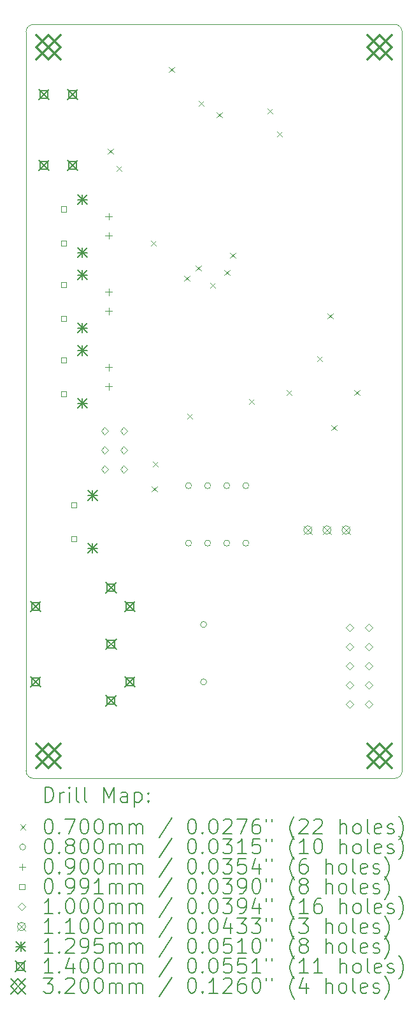
<source format=gbr>
%FSLAX45Y45*%
G04 Gerber Fmt 4.5, Leading zero omitted, Abs format (unit mm)*
G04 Created by KiCad (PCBNEW (6.0.2)) date 2022-03-15 10:05:38*
%MOMM*%
%LPD*%
G01*
G04 APERTURE LIST*
%TA.AperFunction,Profile*%
%ADD10C,0.100000*%
%TD*%
%ADD11C,0.200000*%
%ADD12C,0.070000*%
%ADD13C,0.080000*%
%ADD14C,0.090000*%
%ADD15C,0.099060*%
%ADD16C,0.100000*%
%ADD17C,0.110000*%
%ADD18C,0.129540*%
%ADD19C,0.140000*%
%ADD20C,0.320000*%
G04 APERTURE END LIST*
D10*
X15600000Y-15100000D02*
G75*
G03*
X15700000Y-15000000I0J100000D01*
G01*
X15700000Y-5200000D02*
G75*
G03*
X15600000Y-5100000I-100000J0D01*
G01*
X10800000Y-5100000D02*
G75*
G03*
X10700000Y-5200000I0J-100000D01*
G01*
X15600000Y-15100000D02*
X10800000Y-15100000D01*
X15700000Y-5200000D02*
X15700000Y-15000000D01*
X10700000Y-15000000D02*
G75*
G03*
X10800000Y-15100000I100000J0D01*
G01*
X10700000Y-15000000D02*
X10700000Y-5200000D01*
X10800000Y-5100000D02*
X15600000Y-5100000D01*
D11*
D12*
X11788700Y-6746800D02*
X11858700Y-6816800D01*
X11858700Y-6746800D02*
X11788700Y-6816800D01*
X11903000Y-6975400D02*
X11973000Y-7045400D01*
X11973000Y-6975400D02*
X11903000Y-7045400D01*
X12360200Y-7966000D02*
X12430200Y-8036000D01*
X12430200Y-7966000D02*
X12360200Y-8036000D01*
X12372900Y-11229900D02*
X12442900Y-11299900D01*
X12442900Y-11229900D02*
X12372900Y-11299900D01*
X12385600Y-10899700D02*
X12455600Y-10969700D01*
X12455600Y-10899700D02*
X12385600Y-10969700D01*
X12601500Y-5667300D02*
X12671500Y-5737300D01*
X12671500Y-5667300D02*
X12601500Y-5737300D01*
X12804700Y-8435900D02*
X12874700Y-8505900D01*
X12874700Y-8435900D02*
X12804700Y-8505900D01*
X12842800Y-10264700D02*
X12912800Y-10334700D01*
X12912800Y-10264700D02*
X12842800Y-10334700D01*
X12957100Y-8296200D02*
X13027100Y-8366200D01*
X13027100Y-8296200D02*
X12957100Y-8366200D01*
X12995200Y-6111800D02*
X13065200Y-6181800D01*
X13065200Y-6111800D02*
X12995200Y-6181800D01*
X13147600Y-8524800D02*
X13217600Y-8594800D01*
X13217600Y-8524800D02*
X13147600Y-8594800D01*
X13236500Y-6264200D02*
X13306500Y-6334200D01*
X13306500Y-6264200D02*
X13236500Y-6334200D01*
X13338100Y-8359700D02*
X13408100Y-8429700D01*
X13408100Y-8359700D02*
X13338100Y-8429700D01*
X13414300Y-8131100D02*
X13484300Y-8201100D01*
X13484300Y-8131100D02*
X13414300Y-8201100D01*
X13665000Y-10065000D02*
X13735000Y-10135000D01*
X13735000Y-10065000D02*
X13665000Y-10135000D01*
X13909600Y-6213400D02*
X13979600Y-6283400D01*
X13979600Y-6213400D02*
X13909600Y-6283400D01*
X14036600Y-6518200D02*
X14106600Y-6588200D01*
X14106600Y-6518200D02*
X14036600Y-6588200D01*
X14163600Y-9947200D02*
X14233600Y-10017200D01*
X14233600Y-9947200D02*
X14163600Y-10017200D01*
X14570000Y-9502700D02*
X14640000Y-9572700D01*
X14640000Y-9502700D02*
X14570000Y-9572700D01*
X14709700Y-8931200D02*
X14779700Y-9001200D01*
X14779700Y-8931200D02*
X14709700Y-9001200D01*
X14760500Y-10417100D02*
X14830500Y-10487100D01*
X14830500Y-10417100D02*
X14760500Y-10487100D01*
X15065300Y-9947200D02*
X15135300Y-10017200D01*
X15135300Y-9947200D02*
X15065300Y-10017200D01*
D13*
X12900000Y-11218000D02*
G75*
G03*
X12900000Y-11218000I-40000J0D01*
G01*
X12900000Y-11980000D02*
G75*
G03*
X12900000Y-11980000I-40000J0D01*
G01*
X13100000Y-13059000D02*
G75*
G03*
X13100000Y-13059000I-40000J0D01*
G01*
X13100000Y-13821000D02*
G75*
G03*
X13100000Y-13821000I-40000J0D01*
G01*
X13154000Y-11218000D02*
G75*
G03*
X13154000Y-11218000I-40000J0D01*
G01*
X13154000Y-11980000D02*
G75*
G03*
X13154000Y-11980000I-40000J0D01*
G01*
X13408000Y-11218000D02*
G75*
G03*
X13408000Y-11218000I-40000J0D01*
G01*
X13408000Y-11980000D02*
G75*
G03*
X13408000Y-11980000I-40000J0D01*
G01*
X13662000Y-11218000D02*
G75*
G03*
X13662000Y-11218000I-40000J0D01*
G01*
X13662000Y-11980000D02*
G75*
G03*
X13662000Y-11980000I-40000J0D01*
G01*
D14*
X11800000Y-7603000D02*
X11800000Y-7693000D01*
X11755000Y-7648000D02*
X11845000Y-7648000D01*
X11800000Y-7857000D02*
X11800000Y-7947000D01*
X11755000Y-7902000D02*
X11845000Y-7902000D01*
X11800000Y-8603000D02*
X11800000Y-8693000D01*
X11755000Y-8648000D02*
X11845000Y-8648000D01*
X11800000Y-8857000D02*
X11800000Y-8947000D01*
X11755000Y-8902000D02*
X11845000Y-8902000D01*
X11800000Y-9603000D02*
X11800000Y-9693000D01*
X11755000Y-9648000D02*
X11845000Y-9648000D01*
X11800000Y-9857000D02*
X11800000Y-9947000D01*
X11755000Y-9902000D02*
X11845000Y-9902000D01*
D15*
X11235023Y-7585023D02*
X11235023Y-7514977D01*
X11164977Y-7514977D01*
X11164977Y-7585023D01*
X11235023Y-7585023D01*
X11235023Y-8034603D02*
X11235023Y-7964557D01*
X11164977Y-7964557D01*
X11164977Y-8034603D01*
X11235023Y-8034603D01*
X11235023Y-8585023D02*
X11235023Y-8514977D01*
X11164977Y-8514977D01*
X11164977Y-8585023D01*
X11235023Y-8585023D01*
X11235023Y-9034603D02*
X11235023Y-8964557D01*
X11164977Y-8964557D01*
X11164977Y-9034603D01*
X11235023Y-9034603D01*
X11235023Y-9585023D02*
X11235023Y-9514977D01*
X11164977Y-9514977D01*
X11164977Y-9585023D01*
X11235023Y-9585023D01*
X11235023Y-10034603D02*
X11235023Y-9964557D01*
X11164977Y-9964557D01*
X11164977Y-10034603D01*
X11235023Y-10034603D01*
X11371403Y-11507083D02*
X11371403Y-11437037D01*
X11301357Y-11437037D01*
X11301357Y-11507083D01*
X11371403Y-11507083D01*
X11371403Y-11956663D02*
X11371403Y-11886617D01*
X11301357Y-11886617D01*
X11301357Y-11956663D01*
X11371403Y-11956663D01*
D16*
X11746000Y-10542000D02*
X11796000Y-10492000D01*
X11746000Y-10442000D01*
X11696000Y-10492000D01*
X11746000Y-10542000D01*
X11746000Y-10796000D02*
X11796000Y-10746000D01*
X11746000Y-10696000D01*
X11696000Y-10746000D01*
X11746000Y-10796000D01*
X11746000Y-11050000D02*
X11796000Y-11000000D01*
X11746000Y-10950000D01*
X11696000Y-11000000D01*
X11746000Y-11050000D01*
X12000000Y-10542000D02*
X12050000Y-10492000D01*
X12000000Y-10442000D01*
X11950000Y-10492000D01*
X12000000Y-10542000D01*
X12000000Y-10796000D02*
X12050000Y-10746000D01*
X12000000Y-10696000D01*
X11950000Y-10746000D01*
X12000000Y-10796000D01*
X12000000Y-11050000D02*
X12050000Y-11000000D01*
X12000000Y-10950000D01*
X11950000Y-11000000D01*
X12000000Y-11050000D01*
X15000000Y-13150000D02*
X15050000Y-13100000D01*
X15000000Y-13050000D01*
X14950000Y-13100000D01*
X15000000Y-13150000D01*
X15000000Y-13404000D02*
X15050000Y-13354000D01*
X15000000Y-13304000D01*
X14950000Y-13354000D01*
X15000000Y-13404000D01*
X15000000Y-13658000D02*
X15050000Y-13608000D01*
X15000000Y-13558000D01*
X14950000Y-13608000D01*
X15000000Y-13658000D01*
X15000000Y-13912000D02*
X15050000Y-13862000D01*
X15000000Y-13812000D01*
X14950000Y-13862000D01*
X15000000Y-13912000D01*
X15000000Y-14166000D02*
X15050000Y-14116000D01*
X15000000Y-14066000D01*
X14950000Y-14116000D01*
X15000000Y-14166000D01*
X15254000Y-13150000D02*
X15304000Y-13100000D01*
X15254000Y-13050000D01*
X15204000Y-13100000D01*
X15254000Y-13150000D01*
X15254000Y-13404000D02*
X15304000Y-13354000D01*
X15254000Y-13304000D01*
X15204000Y-13354000D01*
X15254000Y-13404000D01*
X15254000Y-13658000D02*
X15304000Y-13608000D01*
X15254000Y-13558000D01*
X15204000Y-13608000D01*
X15254000Y-13658000D01*
X15254000Y-13912000D02*
X15304000Y-13862000D01*
X15254000Y-13812000D01*
X15204000Y-13862000D01*
X15254000Y-13912000D01*
X15254000Y-14166000D02*
X15304000Y-14116000D01*
X15254000Y-14066000D01*
X15204000Y-14116000D01*
X15254000Y-14166000D01*
D17*
X14391000Y-11750500D02*
X14501000Y-11860500D01*
X14501000Y-11750500D02*
X14391000Y-11860500D01*
X14501000Y-11805500D02*
G75*
G03*
X14501000Y-11805500I-55000J0D01*
G01*
X14645000Y-11750500D02*
X14755000Y-11860500D01*
X14755000Y-11750500D02*
X14645000Y-11860500D01*
X14755000Y-11805500D02*
G75*
G03*
X14755000Y-11805500I-55000J0D01*
G01*
X14899000Y-11750500D02*
X15009000Y-11860500D01*
X15009000Y-11750500D02*
X14899000Y-11860500D01*
X15009000Y-11805500D02*
G75*
G03*
X15009000Y-11805500I-55000J0D01*
G01*
D18*
X11384150Y-7359500D02*
X11513690Y-7489040D01*
X11513690Y-7359500D02*
X11384150Y-7489040D01*
X11448920Y-7359500D02*
X11448920Y-7489040D01*
X11384150Y-7424270D02*
X11513690Y-7424270D01*
X11384150Y-8060540D02*
X11513690Y-8190080D01*
X11513690Y-8060540D02*
X11384150Y-8190080D01*
X11448920Y-8060540D02*
X11448920Y-8190080D01*
X11384150Y-8125310D02*
X11513690Y-8125310D01*
X11384150Y-8359500D02*
X11513690Y-8489040D01*
X11513690Y-8359500D02*
X11384150Y-8489040D01*
X11448920Y-8359500D02*
X11448920Y-8489040D01*
X11384150Y-8424270D02*
X11513690Y-8424270D01*
X11384150Y-9060540D02*
X11513690Y-9190080D01*
X11513690Y-9060540D02*
X11384150Y-9190080D01*
X11448920Y-9060540D02*
X11448920Y-9190080D01*
X11384150Y-9125310D02*
X11513690Y-9125310D01*
X11384150Y-9359500D02*
X11513690Y-9489040D01*
X11513690Y-9359500D02*
X11384150Y-9489040D01*
X11448920Y-9359500D02*
X11448920Y-9489040D01*
X11384150Y-9424270D02*
X11513690Y-9424270D01*
X11384150Y-10060540D02*
X11513690Y-10190080D01*
X11513690Y-10060540D02*
X11384150Y-10190080D01*
X11448920Y-10060540D02*
X11448920Y-10190080D01*
X11384150Y-10125310D02*
X11513690Y-10125310D01*
X11520530Y-11281560D02*
X11650070Y-11411100D01*
X11650070Y-11281560D02*
X11520530Y-11411100D01*
X11585300Y-11281560D02*
X11585300Y-11411100D01*
X11520530Y-11346330D02*
X11650070Y-11346330D01*
X11520530Y-11982600D02*
X11650070Y-12112140D01*
X11650070Y-11982600D02*
X11520530Y-12112140D01*
X11585300Y-11982600D02*
X11585300Y-12112140D01*
X11520530Y-12047370D02*
X11650070Y-12047370D01*
D19*
X10760000Y-12750000D02*
X10900000Y-12890000D01*
X10900000Y-12750000D02*
X10760000Y-12890000D01*
X10879498Y-12869498D02*
X10879498Y-12770502D01*
X10780502Y-12770502D01*
X10780502Y-12869498D01*
X10879498Y-12869498D01*
X10760000Y-13750000D02*
X10900000Y-13890000D01*
X10900000Y-13750000D02*
X10760000Y-13890000D01*
X10879498Y-13869498D02*
X10879498Y-13770502D01*
X10780502Y-13770502D01*
X10780502Y-13869498D01*
X10879498Y-13869498D01*
X10870000Y-5960000D02*
X11010000Y-6100000D01*
X11010000Y-5960000D02*
X10870000Y-6100000D01*
X10989498Y-6079498D02*
X10989498Y-5980502D01*
X10890502Y-5980502D01*
X10890502Y-6079498D01*
X10989498Y-6079498D01*
X10870000Y-6900000D02*
X11010000Y-7040000D01*
X11010000Y-6900000D02*
X10870000Y-7040000D01*
X10989498Y-7019498D02*
X10989498Y-6920502D01*
X10890502Y-6920502D01*
X10890502Y-7019498D01*
X10989498Y-7019498D01*
X11250000Y-5960000D02*
X11390000Y-6100000D01*
X11390000Y-5960000D02*
X11250000Y-6100000D01*
X11369498Y-6079498D02*
X11369498Y-5980502D01*
X11270502Y-5980502D01*
X11270502Y-6079498D01*
X11369498Y-6079498D01*
X11250000Y-6900000D02*
X11390000Y-7040000D01*
X11390000Y-6900000D02*
X11250000Y-7040000D01*
X11369498Y-7019498D02*
X11369498Y-6920502D01*
X11270502Y-6920502D01*
X11270502Y-7019498D01*
X11369498Y-7019498D01*
X11760000Y-12500000D02*
X11900000Y-12640000D01*
X11900000Y-12500000D02*
X11760000Y-12640000D01*
X11879498Y-12619498D02*
X11879498Y-12520502D01*
X11780502Y-12520502D01*
X11780502Y-12619498D01*
X11879498Y-12619498D01*
X11760000Y-13250000D02*
X11900000Y-13390000D01*
X11900000Y-13250000D02*
X11760000Y-13390000D01*
X11879498Y-13369498D02*
X11879498Y-13270502D01*
X11780502Y-13270502D01*
X11780502Y-13369498D01*
X11879498Y-13369498D01*
X11760000Y-14000000D02*
X11900000Y-14140000D01*
X11900000Y-14000000D02*
X11760000Y-14140000D01*
X11879498Y-14119498D02*
X11879498Y-14020502D01*
X11780502Y-14020502D01*
X11780502Y-14119498D01*
X11879498Y-14119498D01*
X12010000Y-12750000D02*
X12150000Y-12890000D01*
X12150000Y-12750000D02*
X12010000Y-12890000D01*
X12129498Y-12869498D02*
X12129498Y-12770502D01*
X12030502Y-12770502D01*
X12030502Y-12869498D01*
X12129498Y-12869498D01*
X12010000Y-13750000D02*
X12150000Y-13890000D01*
X12150000Y-13750000D02*
X12010000Y-13890000D01*
X12129498Y-13869498D02*
X12129498Y-13770502D01*
X12030502Y-13770502D01*
X12030502Y-13869498D01*
X12129498Y-13869498D01*
D20*
X10840000Y-5240000D02*
X11160000Y-5560000D01*
X11160000Y-5240000D02*
X10840000Y-5560000D01*
X11000000Y-5560000D02*
X11160000Y-5400000D01*
X11000000Y-5240000D01*
X10840000Y-5400000D01*
X11000000Y-5560000D01*
X10840000Y-14640000D02*
X11160000Y-14960000D01*
X11160000Y-14640000D02*
X10840000Y-14960000D01*
X11000000Y-14960000D02*
X11160000Y-14800000D01*
X11000000Y-14640000D01*
X10840000Y-14800000D01*
X11000000Y-14960000D01*
X15240000Y-5240000D02*
X15560000Y-5560000D01*
X15560000Y-5240000D02*
X15240000Y-5560000D01*
X15400000Y-5560000D02*
X15560000Y-5400000D01*
X15400000Y-5240000D01*
X15240000Y-5400000D01*
X15400000Y-5560000D01*
X15240000Y-14640000D02*
X15560000Y-14960000D01*
X15560000Y-14640000D02*
X15240000Y-14960000D01*
X15400000Y-14960000D02*
X15560000Y-14800000D01*
X15400000Y-14640000D01*
X15240000Y-14800000D01*
X15400000Y-14960000D01*
D11*
X10952619Y-15415476D02*
X10952619Y-15215476D01*
X11000238Y-15215476D01*
X11028810Y-15225000D01*
X11047857Y-15244048D01*
X11057381Y-15263095D01*
X11066905Y-15301190D01*
X11066905Y-15329762D01*
X11057381Y-15367857D01*
X11047857Y-15386905D01*
X11028810Y-15405952D01*
X11000238Y-15415476D01*
X10952619Y-15415476D01*
X11152619Y-15415476D02*
X11152619Y-15282143D01*
X11152619Y-15320238D02*
X11162143Y-15301190D01*
X11171667Y-15291667D01*
X11190714Y-15282143D01*
X11209762Y-15282143D01*
X11276428Y-15415476D02*
X11276428Y-15282143D01*
X11276428Y-15215476D02*
X11266905Y-15225000D01*
X11276428Y-15234524D01*
X11285952Y-15225000D01*
X11276428Y-15215476D01*
X11276428Y-15234524D01*
X11400238Y-15415476D02*
X11381190Y-15405952D01*
X11371667Y-15386905D01*
X11371667Y-15215476D01*
X11505000Y-15415476D02*
X11485952Y-15405952D01*
X11476428Y-15386905D01*
X11476428Y-15215476D01*
X11733571Y-15415476D02*
X11733571Y-15215476D01*
X11800238Y-15358333D01*
X11866905Y-15215476D01*
X11866905Y-15415476D01*
X12047857Y-15415476D02*
X12047857Y-15310714D01*
X12038333Y-15291667D01*
X12019286Y-15282143D01*
X11981190Y-15282143D01*
X11962143Y-15291667D01*
X12047857Y-15405952D02*
X12028809Y-15415476D01*
X11981190Y-15415476D01*
X11962143Y-15405952D01*
X11952619Y-15386905D01*
X11952619Y-15367857D01*
X11962143Y-15348809D01*
X11981190Y-15339286D01*
X12028809Y-15339286D01*
X12047857Y-15329762D01*
X12143095Y-15282143D02*
X12143095Y-15482143D01*
X12143095Y-15291667D02*
X12162143Y-15282143D01*
X12200238Y-15282143D01*
X12219286Y-15291667D01*
X12228809Y-15301190D01*
X12238333Y-15320238D01*
X12238333Y-15377381D01*
X12228809Y-15396428D01*
X12219286Y-15405952D01*
X12200238Y-15415476D01*
X12162143Y-15415476D01*
X12143095Y-15405952D01*
X12324048Y-15396428D02*
X12333571Y-15405952D01*
X12324048Y-15415476D01*
X12314524Y-15405952D01*
X12324048Y-15396428D01*
X12324048Y-15415476D01*
X12324048Y-15291667D02*
X12333571Y-15301190D01*
X12324048Y-15310714D01*
X12314524Y-15301190D01*
X12324048Y-15291667D01*
X12324048Y-15310714D01*
D12*
X10625000Y-15710000D02*
X10695000Y-15780000D01*
X10695000Y-15710000D02*
X10625000Y-15780000D01*
D11*
X10990714Y-15635476D02*
X11009762Y-15635476D01*
X11028810Y-15645000D01*
X11038333Y-15654524D01*
X11047857Y-15673571D01*
X11057381Y-15711667D01*
X11057381Y-15759286D01*
X11047857Y-15797381D01*
X11038333Y-15816428D01*
X11028810Y-15825952D01*
X11009762Y-15835476D01*
X10990714Y-15835476D01*
X10971667Y-15825952D01*
X10962143Y-15816428D01*
X10952619Y-15797381D01*
X10943095Y-15759286D01*
X10943095Y-15711667D01*
X10952619Y-15673571D01*
X10962143Y-15654524D01*
X10971667Y-15645000D01*
X10990714Y-15635476D01*
X11143095Y-15816428D02*
X11152619Y-15825952D01*
X11143095Y-15835476D01*
X11133571Y-15825952D01*
X11143095Y-15816428D01*
X11143095Y-15835476D01*
X11219286Y-15635476D02*
X11352619Y-15635476D01*
X11266905Y-15835476D01*
X11466905Y-15635476D02*
X11485952Y-15635476D01*
X11505000Y-15645000D01*
X11514524Y-15654524D01*
X11524048Y-15673571D01*
X11533571Y-15711667D01*
X11533571Y-15759286D01*
X11524048Y-15797381D01*
X11514524Y-15816428D01*
X11505000Y-15825952D01*
X11485952Y-15835476D01*
X11466905Y-15835476D01*
X11447857Y-15825952D01*
X11438333Y-15816428D01*
X11428809Y-15797381D01*
X11419286Y-15759286D01*
X11419286Y-15711667D01*
X11428809Y-15673571D01*
X11438333Y-15654524D01*
X11447857Y-15645000D01*
X11466905Y-15635476D01*
X11657381Y-15635476D02*
X11676428Y-15635476D01*
X11695476Y-15645000D01*
X11705000Y-15654524D01*
X11714524Y-15673571D01*
X11724048Y-15711667D01*
X11724048Y-15759286D01*
X11714524Y-15797381D01*
X11705000Y-15816428D01*
X11695476Y-15825952D01*
X11676428Y-15835476D01*
X11657381Y-15835476D01*
X11638333Y-15825952D01*
X11628809Y-15816428D01*
X11619286Y-15797381D01*
X11609762Y-15759286D01*
X11609762Y-15711667D01*
X11619286Y-15673571D01*
X11628809Y-15654524D01*
X11638333Y-15645000D01*
X11657381Y-15635476D01*
X11809762Y-15835476D02*
X11809762Y-15702143D01*
X11809762Y-15721190D02*
X11819286Y-15711667D01*
X11838333Y-15702143D01*
X11866905Y-15702143D01*
X11885952Y-15711667D01*
X11895476Y-15730714D01*
X11895476Y-15835476D01*
X11895476Y-15730714D02*
X11905000Y-15711667D01*
X11924048Y-15702143D01*
X11952619Y-15702143D01*
X11971667Y-15711667D01*
X11981190Y-15730714D01*
X11981190Y-15835476D01*
X12076428Y-15835476D02*
X12076428Y-15702143D01*
X12076428Y-15721190D02*
X12085952Y-15711667D01*
X12105000Y-15702143D01*
X12133571Y-15702143D01*
X12152619Y-15711667D01*
X12162143Y-15730714D01*
X12162143Y-15835476D01*
X12162143Y-15730714D02*
X12171667Y-15711667D01*
X12190714Y-15702143D01*
X12219286Y-15702143D01*
X12238333Y-15711667D01*
X12247857Y-15730714D01*
X12247857Y-15835476D01*
X12638333Y-15625952D02*
X12466905Y-15883095D01*
X12895476Y-15635476D02*
X12914524Y-15635476D01*
X12933571Y-15645000D01*
X12943095Y-15654524D01*
X12952619Y-15673571D01*
X12962143Y-15711667D01*
X12962143Y-15759286D01*
X12952619Y-15797381D01*
X12943095Y-15816428D01*
X12933571Y-15825952D01*
X12914524Y-15835476D01*
X12895476Y-15835476D01*
X12876428Y-15825952D01*
X12866905Y-15816428D01*
X12857381Y-15797381D01*
X12847857Y-15759286D01*
X12847857Y-15711667D01*
X12857381Y-15673571D01*
X12866905Y-15654524D01*
X12876428Y-15645000D01*
X12895476Y-15635476D01*
X13047857Y-15816428D02*
X13057381Y-15825952D01*
X13047857Y-15835476D01*
X13038333Y-15825952D01*
X13047857Y-15816428D01*
X13047857Y-15835476D01*
X13181190Y-15635476D02*
X13200238Y-15635476D01*
X13219286Y-15645000D01*
X13228809Y-15654524D01*
X13238333Y-15673571D01*
X13247857Y-15711667D01*
X13247857Y-15759286D01*
X13238333Y-15797381D01*
X13228809Y-15816428D01*
X13219286Y-15825952D01*
X13200238Y-15835476D01*
X13181190Y-15835476D01*
X13162143Y-15825952D01*
X13152619Y-15816428D01*
X13143095Y-15797381D01*
X13133571Y-15759286D01*
X13133571Y-15711667D01*
X13143095Y-15673571D01*
X13152619Y-15654524D01*
X13162143Y-15645000D01*
X13181190Y-15635476D01*
X13324048Y-15654524D02*
X13333571Y-15645000D01*
X13352619Y-15635476D01*
X13400238Y-15635476D01*
X13419286Y-15645000D01*
X13428809Y-15654524D01*
X13438333Y-15673571D01*
X13438333Y-15692619D01*
X13428809Y-15721190D01*
X13314524Y-15835476D01*
X13438333Y-15835476D01*
X13505000Y-15635476D02*
X13638333Y-15635476D01*
X13552619Y-15835476D01*
X13800238Y-15635476D02*
X13762143Y-15635476D01*
X13743095Y-15645000D01*
X13733571Y-15654524D01*
X13714524Y-15683095D01*
X13705000Y-15721190D01*
X13705000Y-15797381D01*
X13714524Y-15816428D01*
X13724048Y-15825952D01*
X13743095Y-15835476D01*
X13781190Y-15835476D01*
X13800238Y-15825952D01*
X13809762Y-15816428D01*
X13819286Y-15797381D01*
X13819286Y-15749762D01*
X13809762Y-15730714D01*
X13800238Y-15721190D01*
X13781190Y-15711667D01*
X13743095Y-15711667D01*
X13724048Y-15721190D01*
X13714524Y-15730714D01*
X13705000Y-15749762D01*
X13895476Y-15635476D02*
X13895476Y-15673571D01*
X13971667Y-15635476D02*
X13971667Y-15673571D01*
X14266905Y-15911667D02*
X14257381Y-15902143D01*
X14238333Y-15873571D01*
X14228809Y-15854524D01*
X14219286Y-15825952D01*
X14209762Y-15778333D01*
X14209762Y-15740238D01*
X14219286Y-15692619D01*
X14228809Y-15664048D01*
X14238333Y-15645000D01*
X14257381Y-15616428D01*
X14266905Y-15606905D01*
X14333571Y-15654524D02*
X14343095Y-15645000D01*
X14362143Y-15635476D01*
X14409762Y-15635476D01*
X14428809Y-15645000D01*
X14438333Y-15654524D01*
X14447857Y-15673571D01*
X14447857Y-15692619D01*
X14438333Y-15721190D01*
X14324048Y-15835476D01*
X14447857Y-15835476D01*
X14524048Y-15654524D02*
X14533571Y-15645000D01*
X14552619Y-15635476D01*
X14600238Y-15635476D01*
X14619286Y-15645000D01*
X14628809Y-15654524D01*
X14638333Y-15673571D01*
X14638333Y-15692619D01*
X14628809Y-15721190D01*
X14514524Y-15835476D01*
X14638333Y-15835476D01*
X14876428Y-15835476D02*
X14876428Y-15635476D01*
X14962143Y-15835476D02*
X14962143Y-15730714D01*
X14952619Y-15711667D01*
X14933571Y-15702143D01*
X14905000Y-15702143D01*
X14885952Y-15711667D01*
X14876428Y-15721190D01*
X15085952Y-15835476D02*
X15066905Y-15825952D01*
X15057381Y-15816428D01*
X15047857Y-15797381D01*
X15047857Y-15740238D01*
X15057381Y-15721190D01*
X15066905Y-15711667D01*
X15085952Y-15702143D01*
X15114524Y-15702143D01*
X15133571Y-15711667D01*
X15143095Y-15721190D01*
X15152619Y-15740238D01*
X15152619Y-15797381D01*
X15143095Y-15816428D01*
X15133571Y-15825952D01*
X15114524Y-15835476D01*
X15085952Y-15835476D01*
X15266905Y-15835476D02*
X15247857Y-15825952D01*
X15238333Y-15806905D01*
X15238333Y-15635476D01*
X15419286Y-15825952D02*
X15400238Y-15835476D01*
X15362143Y-15835476D01*
X15343095Y-15825952D01*
X15333571Y-15806905D01*
X15333571Y-15730714D01*
X15343095Y-15711667D01*
X15362143Y-15702143D01*
X15400238Y-15702143D01*
X15419286Y-15711667D01*
X15428809Y-15730714D01*
X15428809Y-15749762D01*
X15333571Y-15768809D01*
X15505000Y-15825952D02*
X15524048Y-15835476D01*
X15562143Y-15835476D01*
X15581190Y-15825952D01*
X15590714Y-15806905D01*
X15590714Y-15797381D01*
X15581190Y-15778333D01*
X15562143Y-15768809D01*
X15533571Y-15768809D01*
X15514524Y-15759286D01*
X15505000Y-15740238D01*
X15505000Y-15730714D01*
X15514524Y-15711667D01*
X15533571Y-15702143D01*
X15562143Y-15702143D01*
X15581190Y-15711667D01*
X15657381Y-15911667D02*
X15666905Y-15902143D01*
X15685952Y-15873571D01*
X15695476Y-15854524D01*
X15705000Y-15825952D01*
X15714524Y-15778333D01*
X15714524Y-15740238D01*
X15705000Y-15692619D01*
X15695476Y-15664048D01*
X15685952Y-15645000D01*
X15666905Y-15616428D01*
X15657381Y-15606905D01*
D13*
X10695000Y-16009000D02*
G75*
G03*
X10695000Y-16009000I-40000J0D01*
G01*
D11*
X10990714Y-15899476D02*
X11009762Y-15899476D01*
X11028810Y-15909000D01*
X11038333Y-15918524D01*
X11047857Y-15937571D01*
X11057381Y-15975667D01*
X11057381Y-16023286D01*
X11047857Y-16061381D01*
X11038333Y-16080428D01*
X11028810Y-16089952D01*
X11009762Y-16099476D01*
X10990714Y-16099476D01*
X10971667Y-16089952D01*
X10962143Y-16080428D01*
X10952619Y-16061381D01*
X10943095Y-16023286D01*
X10943095Y-15975667D01*
X10952619Y-15937571D01*
X10962143Y-15918524D01*
X10971667Y-15909000D01*
X10990714Y-15899476D01*
X11143095Y-16080428D02*
X11152619Y-16089952D01*
X11143095Y-16099476D01*
X11133571Y-16089952D01*
X11143095Y-16080428D01*
X11143095Y-16099476D01*
X11266905Y-15985190D02*
X11247857Y-15975667D01*
X11238333Y-15966143D01*
X11228809Y-15947095D01*
X11228809Y-15937571D01*
X11238333Y-15918524D01*
X11247857Y-15909000D01*
X11266905Y-15899476D01*
X11305000Y-15899476D01*
X11324048Y-15909000D01*
X11333571Y-15918524D01*
X11343095Y-15937571D01*
X11343095Y-15947095D01*
X11333571Y-15966143D01*
X11324048Y-15975667D01*
X11305000Y-15985190D01*
X11266905Y-15985190D01*
X11247857Y-15994714D01*
X11238333Y-16004238D01*
X11228809Y-16023286D01*
X11228809Y-16061381D01*
X11238333Y-16080428D01*
X11247857Y-16089952D01*
X11266905Y-16099476D01*
X11305000Y-16099476D01*
X11324048Y-16089952D01*
X11333571Y-16080428D01*
X11343095Y-16061381D01*
X11343095Y-16023286D01*
X11333571Y-16004238D01*
X11324048Y-15994714D01*
X11305000Y-15985190D01*
X11466905Y-15899476D02*
X11485952Y-15899476D01*
X11505000Y-15909000D01*
X11514524Y-15918524D01*
X11524048Y-15937571D01*
X11533571Y-15975667D01*
X11533571Y-16023286D01*
X11524048Y-16061381D01*
X11514524Y-16080428D01*
X11505000Y-16089952D01*
X11485952Y-16099476D01*
X11466905Y-16099476D01*
X11447857Y-16089952D01*
X11438333Y-16080428D01*
X11428809Y-16061381D01*
X11419286Y-16023286D01*
X11419286Y-15975667D01*
X11428809Y-15937571D01*
X11438333Y-15918524D01*
X11447857Y-15909000D01*
X11466905Y-15899476D01*
X11657381Y-15899476D02*
X11676428Y-15899476D01*
X11695476Y-15909000D01*
X11705000Y-15918524D01*
X11714524Y-15937571D01*
X11724048Y-15975667D01*
X11724048Y-16023286D01*
X11714524Y-16061381D01*
X11705000Y-16080428D01*
X11695476Y-16089952D01*
X11676428Y-16099476D01*
X11657381Y-16099476D01*
X11638333Y-16089952D01*
X11628809Y-16080428D01*
X11619286Y-16061381D01*
X11609762Y-16023286D01*
X11609762Y-15975667D01*
X11619286Y-15937571D01*
X11628809Y-15918524D01*
X11638333Y-15909000D01*
X11657381Y-15899476D01*
X11809762Y-16099476D02*
X11809762Y-15966143D01*
X11809762Y-15985190D02*
X11819286Y-15975667D01*
X11838333Y-15966143D01*
X11866905Y-15966143D01*
X11885952Y-15975667D01*
X11895476Y-15994714D01*
X11895476Y-16099476D01*
X11895476Y-15994714D02*
X11905000Y-15975667D01*
X11924048Y-15966143D01*
X11952619Y-15966143D01*
X11971667Y-15975667D01*
X11981190Y-15994714D01*
X11981190Y-16099476D01*
X12076428Y-16099476D02*
X12076428Y-15966143D01*
X12076428Y-15985190D02*
X12085952Y-15975667D01*
X12105000Y-15966143D01*
X12133571Y-15966143D01*
X12152619Y-15975667D01*
X12162143Y-15994714D01*
X12162143Y-16099476D01*
X12162143Y-15994714D02*
X12171667Y-15975667D01*
X12190714Y-15966143D01*
X12219286Y-15966143D01*
X12238333Y-15975667D01*
X12247857Y-15994714D01*
X12247857Y-16099476D01*
X12638333Y-15889952D02*
X12466905Y-16147095D01*
X12895476Y-15899476D02*
X12914524Y-15899476D01*
X12933571Y-15909000D01*
X12943095Y-15918524D01*
X12952619Y-15937571D01*
X12962143Y-15975667D01*
X12962143Y-16023286D01*
X12952619Y-16061381D01*
X12943095Y-16080428D01*
X12933571Y-16089952D01*
X12914524Y-16099476D01*
X12895476Y-16099476D01*
X12876428Y-16089952D01*
X12866905Y-16080428D01*
X12857381Y-16061381D01*
X12847857Y-16023286D01*
X12847857Y-15975667D01*
X12857381Y-15937571D01*
X12866905Y-15918524D01*
X12876428Y-15909000D01*
X12895476Y-15899476D01*
X13047857Y-16080428D02*
X13057381Y-16089952D01*
X13047857Y-16099476D01*
X13038333Y-16089952D01*
X13047857Y-16080428D01*
X13047857Y-16099476D01*
X13181190Y-15899476D02*
X13200238Y-15899476D01*
X13219286Y-15909000D01*
X13228809Y-15918524D01*
X13238333Y-15937571D01*
X13247857Y-15975667D01*
X13247857Y-16023286D01*
X13238333Y-16061381D01*
X13228809Y-16080428D01*
X13219286Y-16089952D01*
X13200238Y-16099476D01*
X13181190Y-16099476D01*
X13162143Y-16089952D01*
X13152619Y-16080428D01*
X13143095Y-16061381D01*
X13133571Y-16023286D01*
X13133571Y-15975667D01*
X13143095Y-15937571D01*
X13152619Y-15918524D01*
X13162143Y-15909000D01*
X13181190Y-15899476D01*
X13314524Y-15899476D02*
X13438333Y-15899476D01*
X13371667Y-15975667D01*
X13400238Y-15975667D01*
X13419286Y-15985190D01*
X13428809Y-15994714D01*
X13438333Y-16013762D01*
X13438333Y-16061381D01*
X13428809Y-16080428D01*
X13419286Y-16089952D01*
X13400238Y-16099476D01*
X13343095Y-16099476D01*
X13324048Y-16089952D01*
X13314524Y-16080428D01*
X13628809Y-16099476D02*
X13514524Y-16099476D01*
X13571667Y-16099476D02*
X13571667Y-15899476D01*
X13552619Y-15928048D01*
X13533571Y-15947095D01*
X13514524Y-15956619D01*
X13809762Y-15899476D02*
X13714524Y-15899476D01*
X13705000Y-15994714D01*
X13714524Y-15985190D01*
X13733571Y-15975667D01*
X13781190Y-15975667D01*
X13800238Y-15985190D01*
X13809762Y-15994714D01*
X13819286Y-16013762D01*
X13819286Y-16061381D01*
X13809762Y-16080428D01*
X13800238Y-16089952D01*
X13781190Y-16099476D01*
X13733571Y-16099476D01*
X13714524Y-16089952D01*
X13705000Y-16080428D01*
X13895476Y-15899476D02*
X13895476Y-15937571D01*
X13971667Y-15899476D02*
X13971667Y-15937571D01*
X14266905Y-16175667D02*
X14257381Y-16166143D01*
X14238333Y-16137571D01*
X14228809Y-16118524D01*
X14219286Y-16089952D01*
X14209762Y-16042333D01*
X14209762Y-16004238D01*
X14219286Y-15956619D01*
X14228809Y-15928048D01*
X14238333Y-15909000D01*
X14257381Y-15880428D01*
X14266905Y-15870905D01*
X14447857Y-16099476D02*
X14333571Y-16099476D01*
X14390714Y-16099476D02*
X14390714Y-15899476D01*
X14371667Y-15928048D01*
X14352619Y-15947095D01*
X14333571Y-15956619D01*
X14571667Y-15899476D02*
X14590714Y-15899476D01*
X14609762Y-15909000D01*
X14619286Y-15918524D01*
X14628809Y-15937571D01*
X14638333Y-15975667D01*
X14638333Y-16023286D01*
X14628809Y-16061381D01*
X14619286Y-16080428D01*
X14609762Y-16089952D01*
X14590714Y-16099476D01*
X14571667Y-16099476D01*
X14552619Y-16089952D01*
X14543095Y-16080428D01*
X14533571Y-16061381D01*
X14524048Y-16023286D01*
X14524048Y-15975667D01*
X14533571Y-15937571D01*
X14543095Y-15918524D01*
X14552619Y-15909000D01*
X14571667Y-15899476D01*
X14876428Y-16099476D02*
X14876428Y-15899476D01*
X14962143Y-16099476D02*
X14962143Y-15994714D01*
X14952619Y-15975667D01*
X14933571Y-15966143D01*
X14905000Y-15966143D01*
X14885952Y-15975667D01*
X14876428Y-15985190D01*
X15085952Y-16099476D02*
X15066905Y-16089952D01*
X15057381Y-16080428D01*
X15047857Y-16061381D01*
X15047857Y-16004238D01*
X15057381Y-15985190D01*
X15066905Y-15975667D01*
X15085952Y-15966143D01*
X15114524Y-15966143D01*
X15133571Y-15975667D01*
X15143095Y-15985190D01*
X15152619Y-16004238D01*
X15152619Y-16061381D01*
X15143095Y-16080428D01*
X15133571Y-16089952D01*
X15114524Y-16099476D01*
X15085952Y-16099476D01*
X15266905Y-16099476D02*
X15247857Y-16089952D01*
X15238333Y-16070905D01*
X15238333Y-15899476D01*
X15419286Y-16089952D02*
X15400238Y-16099476D01*
X15362143Y-16099476D01*
X15343095Y-16089952D01*
X15333571Y-16070905D01*
X15333571Y-15994714D01*
X15343095Y-15975667D01*
X15362143Y-15966143D01*
X15400238Y-15966143D01*
X15419286Y-15975667D01*
X15428809Y-15994714D01*
X15428809Y-16013762D01*
X15333571Y-16032809D01*
X15505000Y-16089952D02*
X15524048Y-16099476D01*
X15562143Y-16099476D01*
X15581190Y-16089952D01*
X15590714Y-16070905D01*
X15590714Y-16061381D01*
X15581190Y-16042333D01*
X15562143Y-16032809D01*
X15533571Y-16032809D01*
X15514524Y-16023286D01*
X15505000Y-16004238D01*
X15505000Y-15994714D01*
X15514524Y-15975667D01*
X15533571Y-15966143D01*
X15562143Y-15966143D01*
X15581190Y-15975667D01*
X15657381Y-16175667D02*
X15666905Y-16166143D01*
X15685952Y-16137571D01*
X15695476Y-16118524D01*
X15705000Y-16089952D01*
X15714524Y-16042333D01*
X15714524Y-16004238D01*
X15705000Y-15956619D01*
X15695476Y-15928048D01*
X15685952Y-15909000D01*
X15666905Y-15880428D01*
X15657381Y-15870905D01*
D14*
X10650000Y-16228000D02*
X10650000Y-16318000D01*
X10605000Y-16273000D02*
X10695000Y-16273000D01*
D11*
X10990714Y-16163476D02*
X11009762Y-16163476D01*
X11028810Y-16173000D01*
X11038333Y-16182524D01*
X11047857Y-16201571D01*
X11057381Y-16239667D01*
X11057381Y-16287286D01*
X11047857Y-16325381D01*
X11038333Y-16344428D01*
X11028810Y-16353952D01*
X11009762Y-16363476D01*
X10990714Y-16363476D01*
X10971667Y-16353952D01*
X10962143Y-16344428D01*
X10952619Y-16325381D01*
X10943095Y-16287286D01*
X10943095Y-16239667D01*
X10952619Y-16201571D01*
X10962143Y-16182524D01*
X10971667Y-16173000D01*
X10990714Y-16163476D01*
X11143095Y-16344428D02*
X11152619Y-16353952D01*
X11143095Y-16363476D01*
X11133571Y-16353952D01*
X11143095Y-16344428D01*
X11143095Y-16363476D01*
X11247857Y-16363476D02*
X11285952Y-16363476D01*
X11305000Y-16353952D01*
X11314524Y-16344428D01*
X11333571Y-16315857D01*
X11343095Y-16277762D01*
X11343095Y-16201571D01*
X11333571Y-16182524D01*
X11324048Y-16173000D01*
X11305000Y-16163476D01*
X11266905Y-16163476D01*
X11247857Y-16173000D01*
X11238333Y-16182524D01*
X11228809Y-16201571D01*
X11228809Y-16249190D01*
X11238333Y-16268238D01*
X11247857Y-16277762D01*
X11266905Y-16287286D01*
X11305000Y-16287286D01*
X11324048Y-16277762D01*
X11333571Y-16268238D01*
X11343095Y-16249190D01*
X11466905Y-16163476D02*
X11485952Y-16163476D01*
X11505000Y-16173000D01*
X11514524Y-16182524D01*
X11524048Y-16201571D01*
X11533571Y-16239667D01*
X11533571Y-16287286D01*
X11524048Y-16325381D01*
X11514524Y-16344428D01*
X11505000Y-16353952D01*
X11485952Y-16363476D01*
X11466905Y-16363476D01*
X11447857Y-16353952D01*
X11438333Y-16344428D01*
X11428809Y-16325381D01*
X11419286Y-16287286D01*
X11419286Y-16239667D01*
X11428809Y-16201571D01*
X11438333Y-16182524D01*
X11447857Y-16173000D01*
X11466905Y-16163476D01*
X11657381Y-16163476D02*
X11676428Y-16163476D01*
X11695476Y-16173000D01*
X11705000Y-16182524D01*
X11714524Y-16201571D01*
X11724048Y-16239667D01*
X11724048Y-16287286D01*
X11714524Y-16325381D01*
X11705000Y-16344428D01*
X11695476Y-16353952D01*
X11676428Y-16363476D01*
X11657381Y-16363476D01*
X11638333Y-16353952D01*
X11628809Y-16344428D01*
X11619286Y-16325381D01*
X11609762Y-16287286D01*
X11609762Y-16239667D01*
X11619286Y-16201571D01*
X11628809Y-16182524D01*
X11638333Y-16173000D01*
X11657381Y-16163476D01*
X11809762Y-16363476D02*
X11809762Y-16230143D01*
X11809762Y-16249190D02*
X11819286Y-16239667D01*
X11838333Y-16230143D01*
X11866905Y-16230143D01*
X11885952Y-16239667D01*
X11895476Y-16258714D01*
X11895476Y-16363476D01*
X11895476Y-16258714D02*
X11905000Y-16239667D01*
X11924048Y-16230143D01*
X11952619Y-16230143D01*
X11971667Y-16239667D01*
X11981190Y-16258714D01*
X11981190Y-16363476D01*
X12076428Y-16363476D02*
X12076428Y-16230143D01*
X12076428Y-16249190D02*
X12085952Y-16239667D01*
X12105000Y-16230143D01*
X12133571Y-16230143D01*
X12152619Y-16239667D01*
X12162143Y-16258714D01*
X12162143Y-16363476D01*
X12162143Y-16258714D02*
X12171667Y-16239667D01*
X12190714Y-16230143D01*
X12219286Y-16230143D01*
X12238333Y-16239667D01*
X12247857Y-16258714D01*
X12247857Y-16363476D01*
X12638333Y-16153952D02*
X12466905Y-16411095D01*
X12895476Y-16163476D02*
X12914524Y-16163476D01*
X12933571Y-16173000D01*
X12943095Y-16182524D01*
X12952619Y-16201571D01*
X12962143Y-16239667D01*
X12962143Y-16287286D01*
X12952619Y-16325381D01*
X12943095Y-16344428D01*
X12933571Y-16353952D01*
X12914524Y-16363476D01*
X12895476Y-16363476D01*
X12876428Y-16353952D01*
X12866905Y-16344428D01*
X12857381Y-16325381D01*
X12847857Y-16287286D01*
X12847857Y-16239667D01*
X12857381Y-16201571D01*
X12866905Y-16182524D01*
X12876428Y-16173000D01*
X12895476Y-16163476D01*
X13047857Y-16344428D02*
X13057381Y-16353952D01*
X13047857Y-16363476D01*
X13038333Y-16353952D01*
X13047857Y-16344428D01*
X13047857Y-16363476D01*
X13181190Y-16163476D02*
X13200238Y-16163476D01*
X13219286Y-16173000D01*
X13228809Y-16182524D01*
X13238333Y-16201571D01*
X13247857Y-16239667D01*
X13247857Y-16287286D01*
X13238333Y-16325381D01*
X13228809Y-16344428D01*
X13219286Y-16353952D01*
X13200238Y-16363476D01*
X13181190Y-16363476D01*
X13162143Y-16353952D01*
X13152619Y-16344428D01*
X13143095Y-16325381D01*
X13133571Y-16287286D01*
X13133571Y-16239667D01*
X13143095Y-16201571D01*
X13152619Y-16182524D01*
X13162143Y-16173000D01*
X13181190Y-16163476D01*
X13314524Y-16163476D02*
X13438333Y-16163476D01*
X13371667Y-16239667D01*
X13400238Y-16239667D01*
X13419286Y-16249190D01*
X13428809Y-16258714D01*
X13438333Y-16277762D01*
X13438333Y-16325381D01*
X13428809Y-16344428D01*
X13419286Y-16353952D01*
X13400238Y-16363476D01*
X13343095Y-16363476D01*
X13324048Y-16353952D01*
X13314524Y-16344428D01*
X13619286Y-16163476D02*
X13524048Y-16163476D01*
X13514524Y-16258714D01*
X13524048Y-16249190D01*
X13543095Y-16239667D01*
X13590714Y-16239667D01*
X13609762Y-16249190D01*
X13619286Y-16258714D01*
X13628809Y-16277762D01*
X13628809Y-16325381D01*
X13619286Y-16344428D01*
X13609762Y-16353952D01*
X13590714Y-16363476D01*
X13543095Y-16363476D01*
X13524048Y-16353952D01*
X13514524Y-16344428D01*
X13800238Y-16230143D02*
X13800238Y-16363476D01*
X13752619Y-16153952D02*
X13705000Y-16296809D01*
X13828809Y-16296809D01*
X13895476Y-16163476D02*
X13895476Y-16201571D01*
X13971667Y-16163476D02*
X13971667Y-16201571D01*
X14266905Y-16439667D02*
X14257381Y-16430143D01*
X14238333Y-16401571D01*
X14228809Y-16382524D01*
X14219286Y-16353952D01*
X14209762Y-16306333D01*
X14209762Y-16268238D01*
X14219286Y-16220619D01*
X14228809Y-16192048D01*
X14238333Y-16173000D01*
X14257381Y-16144428D01*
X14266905Y-16134905D01*
X14428809Y-16163476D02*
X14390714Y-16163476D01*
X14371667Y-16173000D01*
X14362143Y-16182524D01*
X14343095Y-16211095D01*
X14333571Y-16249190D01*
X14333571Y-16325381D01*
X14343095Y-16344428D01*
X14352619Y-16353952D01*
X14371667Y-16363476D01*
X14409762Y-16363476D01*
X14428809Y-16353952D01*
X14438333Y-16344428D01*
X14447857Y-16325381D01*
X14447857Y-16277762D01*
X14438333Y-16258714D01*
X14428809Y-16249190D01*
X14409762Y-16239667D01*
X14371667Y-16239667D01*
X14352619Y-16249190D01*
X14343095Y-16258714D01*
X14333571Y-16277762D01*
X14685952Y-16363476D02*
X14685952Y-16163476D01*
X14771667Y-16363476D02*
X14771667Y-16258714D01*
X14762143Y-16239667D01*
X14743095Y-16230143D01*
X14714524Y-16230143D01*
X14695476Y-16239667D01*
X14685952Y-16249190D01*
X14895476Y-16363476D02*
X14876428Y-16353952D01*
X14866905Y-16344428D01*
X14857381Y-16325381D01*
X14857381Y-16268238D01*
X14866905Y-16249190D01*
X14876428Y-16239667D01*
X14895476Y-16230143D01*
X14924048Y-16230143D01*
X14943095Y-16239667D01*
X14952619Y-16249190D01*
X14962143Y-16268238D01*
X14962143Y-16325381D01*
X14952619Y-16344428D01*
X14943095Y-16353952D01*
X14924048Y-16363476D01*
X14895476Y-16363476D01*
X15076428Y-16363476D02*
X15057381Y-16353952D01*
X15047857Y-16334905D01*
X15047857Y-16163476D01*
X15228809Y-16353952D02*
X15209762Y-16363476D01*
X15171667Y-16363476D01*
X15152619Y-16353952D01*
X15143095Y-16334905D01*
X15143095Y-16258714D01*
X15152619Y-16239667D01*
X15171667Y-16230143D01*
X15209762Y-16230143D01*
X15228809Y-16239667D01*
X15238333Y-16258714D01*
X15238333Y-16277762D01*
X15143095Y-16296809D01*
X15314524Y-16353952D02*
X15333571Y-16363476D01*
X15371667Y-16363476D01*
X15390714Y-16353952D01*
X15400238Y-16334905D01*
X15400238Y-16325381D01*
X15390714Y-16306333D01*
X15371667Y-16296809D01*
X15343095Y-16296809D01*
X15324048Y-16287286D01*
X15314524Y-16268238D01*
X15314524Y-16258714D01*
X15324048Y-16239667D01*
X15343095Y-16230143D01*
X15371667Y-16230143D01*
X15390714Y-16239667D01*
X15466905Y-16439667D02*
X15476428Y-16430143D01*
X15495476Y-16401571D01*
X15505000Y-16382524D01*
X15514524Y-16353952D01*
X15524048Y-16306333D01*
X15524048Y-16268238D01*
X15514524Y-16220619D01*
X15505000Y-16192048D01*
X15495476Y-16173000D01*
X15476428Y-16144428D01*
X15466905Y-16134905D01*
D15*
X10680493Y-16572023D02*
X10680493Y-16501977D01*
X10610447Y-16501977D01*
X10610447Y-16572023D01*
X10680493Y-16572023D01*
D11*
X10990714Y-16427476D02*
X11009762Y-16427476D01*
X11028810Y-16437000D01*
X11038333Y-16446524D01*
X11047857Y-16465571D01*
X11057381Y-16503667D01*
X11057381Y-16551286D01*
X11047857Y-16589381D01*
X11038333Y-16608428D01*
X11028810Y-16617952D01*
X11009762Y-16627476D01*
X10990714Y-16627476D01*
X10971667Y-16617952D01*
X10962143Y-16608428D01*
X10952619Y-16589381D01*
X10943095Y-16551286D01*
X10943095Y-16503667D01*
X10952619Y-16465571D01*
X10962143Y-16446524D01*
X10971667Y-16437000D01*
X10990714Y-16427476D01*
X11143095Y-16608428D02*
X11152619Y-16617952D01*
X11143095Y-16627476D01*
X11133571Y-16617952D01*
X11143095Y-16608428D01*
X11143095Y-16627476D01*
X11247857Y-16627476D02*
X11285952Y-16627476D01*
X11305000Y-16617952D01*
X11314524Y-16608428D01*
X11333571Y-16579857D01*
X11343095Y-16541762D01*
X11343095Y-16465571D01*
X11333571Y-16446524D01*
X11324048Y-16437000D01*
X11305000Y-16427476D01*
X11266905Y-16427476D01*
X11247857Y-16437000D01*
X11238333Y-16446524D01*
X11228809Y-16465571D01*
X11228809Y-16513190D01*
X11238333Y-16532238D01*
X11247857Y-16541762D01*
X11266905Y-16551286D01*
X11305000Y-16551286D01*
X11324048Y-16541762D01*
X11333571Y-16532238D01*
X11343095Y-16513190D01*
X11438333Y-16627476D02*
X11476428Y-16627476D01*
X11495476Y-16617952D01*
X11505000Y-16608428D01*
X11524048Y-16579857D01*
X11533571Y-16541762D01*
X11533571Y-16465571D01*
X11524048Y-16446524D01*
X11514524Y-16437000D01*
X11495476Y-16427476D01*
X11457381Y-16427476D01*
X11438333Y-16437000D01*
X11428809Y-16446524D01*
X11419286Y-16465571D01*
X11419286Y-16513190D01*
X11428809Y-16532238D01*
X11438333Y-16541762D01*
X11457381Y-16551286D01*
X11495476Y-16551286D01*
X11514524Y-16541762D01*
X11524048Y-16532238D01*
X11533571Y-16513190D01*
X11724048Y-16627476D02*
X11609762Y-16627476D01*
X11666905Y-16627476D02*
X11666905Y-16427476D01*
X11647857Y-16456048D01*
X11628809Y-16475095D01*
X11609762Y-16484619D01*
X11809762Y-16627476D02*
X11809762Y-16494143D01*
X11809762Y-16513190D02*
X11819286Y-16503667D01*
X11838333Y-16494143D01*
X11866905Y-16494143D01*
X11885952Y-16503667D01*
X11895476Y-16522714D01*
X11895476Y-16627476D01*
X11895476Y-16522714D02*
X11905000Y-16503667D01*
X11924048Y-16494143D01*
X11952619Y-16494143D01*
X11971667Y-16503667D01*
X11981190Y-16522714D01*
X11981190Y-16627476D01*
X12076428Y-16627476D02*
X12076428Y-16494143D01*
X12076428Y-16513190D02*
X12085952Y-16503667D01*
X12105000Y-16494143D01*
X12133571Y-16494143D01*
X12152619Y-16503667D01*
X12162143Y-16522714D01*
X12162143Y-16627476D01*
X12162143Y-16522714D02*
X12171667Y-16503667D01*
X12190714Y-16494143D01*
X12219286Y-16494143D01*
X12238333Y-16503667D01*
X12247857Y-16522714D01*
X12247857Y-16627476D01*
X12638333Y-16417952D02*
X12466905Y-16675095D01*
X12895476Y-16427476D02*
X12914524Y-16427476D01*
X12933571Y-16437000D01*
X12943095Y-16446524D01*
X12952619Y-16465571D01*
X12962143Y-16503667D01*
X12962143Y-16551286D01*
X12952619Y-16589381D01*
X12943095Y-16608428D01*
X12933571Y-16617952D01*
X12914524Y-16627476D01*
X12895476Y-16627476D01*
X12876428Y-16617952D01*
X12866905Y-16608428D01*
X12857381Y-16589381D01*
X12847857Y-16551286D01*
X12847857Y-16503667D01*
X12857381Y-16465571D01*
X12866905Y-16446524D01*
X12876428Y-16437000D01*
X12895476Y-16427476D01*
X13047857Y-16608428D02*
X13057381Y-16617952D01*
X13047857Y-16627476D01*
X13038333Y-16617952D01*
X13047857Y-16608428D01*
X13047857Y-16627476D01*
X13181190Y-16427476D02*
X13200238Y-16427476D01*
X13219286Y-16437000D01*
X13228809Y-16446524D01*
X13238333Y-16465571D01*
X13247857Y-16503667D01*
X13247857Y-16551286D01*
X13238333Y-16589381D01*
X13228809Y-16608428D01*
X13219286Y-16617952D01*
X13200238Y-16627476D01*
X13181190Y-16627476D01*
X13162143Y-16617952D01*
X13152619Y-16608428D01*
X13143095Y-16589381D01*
X13133571Y-16551286D01*
X13133571Y-16503667D01*
X13143095Y-16465571D01*
X13152619Y-16446524D01*
X13162143Y-16437000D01*
X13181190Y-16427476D01*
X13314524Y-16427476D02*
X13438333Y-16427476D01*
X13371667Y-16503667D01*
X13400238Y-16503667D01*
X13419286Y-16513190D01*
X13428809Y-16522714D01*
X13438333Y-16541762D01*
X13438333Y-16589381D01*
X13428809Y-16608428D01*
X13419286Y-16617952D01*
X13400238Y-16627476D01*
X13343095Y-16627476D01*
X13324048Y-16617952D01*
X13314524Y-16608428D01*
X13533571Y-16627476D02*
X13571667Y-16627476D01*
X13590714Y-16617952D01*
X13600238Y-16608428D01*
X13619286Y-16579857D01*
X13628809Y-16541762D01*
X13628809Y-16465571D01*
X13619286Y-16446524D01*
X13609762Y-16437000D01*
X13590714Y-16427476D01*
X13552619Y-16427476D01*
X13533571Y-16437000D01*
X13524048Y-16446524D01*
X13514524Y-16465571D01*
X13514524Y-16513190D01*
X13524048Y-16532238D01*
X13533571Y-16541762D01*
X13552619Y-16551286D01*
X13590714Y-16551286D01*
X13609762Y-16541762D01*
X13619286Y-16532238D01*
X13628809Y-16513190D01*
X13752619Y-16427476D02*
X13771667Y-16427476D01*
X13790714Y-16437000D01*
X13800238Y-16446524D01*
X13809762Y-16465571D01*
X13819286Y-16503667D01*
X13819286Y-16551286D01*
X13809762Y-16589381D01*
X13800238Y-16608428D01*
X13790714Y-16617952D01*
X13771667Y-16627476D01*
X13752619Y-16627476D01*
X13733571Y-16617952D01*
X13724048Y-16608428D01*
X13714524Y-16589381D01*
X13705000Y-16551286D01*
X13705000Y-16503667D01*
X13714524Y-16465571D01*
X13724048Y-16446524D01*
X13733571Y-16437000D01*
X13752619Y-16427476D01*
X13895476Y-16427476D02*
X13895476Y-16465571D01*
X13971667Y-16427476D02*
X13971667Y-16465571D01*
X14266905Y-16703667D02*
X14257381Y-16694143D01*
X14238333Y-16665571D01*
X14228809Y-16646524D01*
X14219286Y-16617952D01*
X14209762Y-16570333D01*
X14209762Y-16532238D01*
X14219286Y-16484619D01*
X14228809Y-16456048D01*
X14238333Y-16437000D01*
X14257381Y-16408428D01*
X14266905Y-16398905D01*
X14371667Y-16513190D02*
X14352619Y-16503667D01*
X14343095Y-16494143D01*
X14333571Y-16475095D01*
X14333571Y-16465571D01*
X14343095Y-16446524D01*
X14352619Y-16437000D01*
X14371667Y-16427476D01*
X14409762Y-16427476D01*
X14428809Y-16437000D01*
X14438333Y-16446524D01*
X14447857Y-16465571D01*
X14447857Y-16475095D01*
X14438333Y-16494143D01*
X14428809Y-16503667D01*
X14409762Y-16513190D01*
X14371667Y-16513190D01*
X14352619Y-16522714D01*
X14343095Y-16532238D01*
X14333571Y-16551286D01*
X14333571Y-16589381D01*
X14343095Y-16608428D01*
X14352619Y-16617952D01*
X14371667Y-16627476D01*
X14409762Y-16627476D01*
X14428809Y-16617952D01*
X14438333Y-16608428D01*
X14447857Y-16589381D01*
X14447857Y-16551286D01*
X14438333Y-16532238D01*
X14428809Y-16522714D01*
X14409762Y-16513190D01*
X14685952Y-16627476D02*
X14685952Y-16427476D01*
X14771667Y-16627476D02*
X14771667Y-16522714D01*
X14762143Y-16503667D01*
X14743095Y-16494143D01*
X14714524Y-16494143D01*
X14695476Y-16503667D01*
X14685952Y-16513190D01*
X14895476Y-16627476D02*
X14876428Y-16617952D01*
X14866905Y-16608428D01*
X14857381Y-16589381D01*
X14857381Y-16532238D01*
X14866905Y-16513190D01*
X14876428Y-16503667D01*
X14895476Y-16494143D01*
X14924048Y-16494143D01*
X14943095Y-16503667D01*
X14952619Y-16513190D01*
X14962143Y-16532238D01*
X14962143Y-16589381D01*
X14952619Y-16608428D01*
X14943095Y-16617952D01*
X14924048Y-16627476D01*
X14895476Y-16627476D01*
X15076428Y-16627476D02*
X15057381Y-16617952D01*
X15047857Y-16598905D01*
X15047857Y-16427476D01*
X15228809Y-16617952D02*
X15209762Y-16627476D01*
X15171667Y-16627476D01*
X15152619Y-16617952D01*
X15143095Y-16598905D01*
X15143095Y-16522714D01*
X15152619Y-16503667D01*
X15171667Y-16494143D01*
X15209762Y-16494143D01*
X15228809Y-16503667D01*
X15238333Y-16522714D01*
X15238333Y-16541762D01*
X15143095Y-16560809D01*
X15314524Y-16617952D02*
X15333571Y-16627476D01*
X15371667Y-16627476D01*
X15390714Y-16617952D01*
X15400238Y-16598905D01*
X15400238Y-16589381D01*
X15390714Y-16570333D01*
X15371667Y-16560809D01*
X15343095Y-16560809D01*
X15324048Y-16551286D01*
X15314524Y-16532238D01*
X15314524Y-16522714D01*
X15324048Y-16503667D01*
X15343095Y-16494143D01*
X15371667Y-16494143D01*
X15390714Y-16503667D01*
X15466905Y-16703667D02*
X15476428Y-16694143D01*
X15495476Y-16665571D01*
X15505000Y-16646524D01*
X15514524Y-16617952D01*
X15524048Y-16570333D01*
X15524048Y-16532238D01*
X15514524Y-16484619D01*
X15505000Y-16456048D01*
X15495476Y-16437000D01*
X15476428Y-16408428D01*
X15466905Y-16398905D01*
D16*
X10645000Y-16851000D02*
X10695000Y-16801000D01*
X10645000Y-16751000D01*
X10595000Y-16801000D01*
X10645000Y-16851000D01*
D11*
X11057381Y-16891476D02*
X10943095Y-16891476D01*
X11000238Y-16891476D02*
X11000238Y-16691476D01*
X10981190Y-16720048D01*
X10962143Y-16739095D01*
X10943095Y-16748619D01*
X11143095Y-16872429D02*
X11152619Y-16881952D01*
X11143095Y-16891476D01*
X11133571Y-16881952D01*
X11143095Y-16872429D01*
X11143095Y-16891476D01*
X11276428Y-16691476D02*
X11295476Y-16691476D01*
X11314524Y-16701000D01*
X11324048Y-16710524D01*
X11333571Y-16729571D01*
X11343095Y-16767667D01*
X11343095Y-16815286D01*
X11333571Y-16853381D01*
X11324048Y-16872429D01*
X11314524Y-16881952D01*
X11295476Y-16891476D01*
X11276428Y-16891476D01*
X11257381Y-16881952D01*
X11247857Y-16872429D01*
X11238333Y-16853381D01*
X11228809Y-16815286D01*
X11228809Y-16767667D01*
X11238333Y-16729571D01*
X11247857Y-16710524D01*
X11257381Y-16701000D01*
X11276428Y-16691476D01*
X11466905Y-16691476D02*
X11485952Y-16691476D01*
X11505000Y-16701000D01*
X11514524Y-16710524D01*
X11524048Y-16729571D01*
X11533571Y-16767667D01*
X11533571Y-16815286D01*
X11524048Y-16853381D01*
X11514524Y-16872429D01*
X11505000Y-16881952D01*
X11485952Y-16891476D01*
X11466905Y-16891476D01*
X11447857Y-16881952D01*
X11438333Y-16872429D01*
X11428809Y-16853381D01*
X11419286Y-16815286D01*
X11419286Y-16767667D01*
X11428809Y-16729571D01*
X11438333Y-16710524D01*
X11447857Y-16701000D01*
X11466905Y-16691476D01*
X11657381Y-16691476D02*
X11676428Y-16691476D01*
X11695476Y-16701000D01*
X11705000Y-16710524D01*
X11714524Y-16729571D01*
X11724048Y-16767667D01*
X11724048Y-16815286D01*
X11714524Y-16853381D01*
X11705000Y-16872429D01*
X11695476Y-16881952D01*
X11676428Y-16891476D01*
X11657381Y-16891476D01*
X11638333Y-16881952D01*
X11628809Y-16872429D01*
X11619286Y-16853381D01*
X11609762Y-16815286D01*
X11609762Y-16767667D01*
X11619286Y-16729571D01*
X11628809Y-16710524D01*
X11638333Y-16701000D01*
X11657381Y-16691476D01*
X11809762Y-16891476D02*
X11809762Y-16758143D01*
X11809762Y-16777190D02*
X11819286Y-16767667D01*
X11838333Y-16758143D01*
X11866905Y-16758143D01*
X11885952Y-16767667D01*
X11895476Y-16786714D01*
X11895476Y-16891476D01*
X11895476Y-16786714D02*
X11905000Y-16767667D01*
X11924048Y-16758143D01*
X11952619Y-16758143D01*
X11971667Y-16767667D01*
X11981190Y-16786714D01*
X11981190Y-16891476D01*
X12076428Y-16891476D02*
X12076428Y-16758143D01*
X12076428Y-16777190D02*
X12085952Y-16767667D01*
X12105000Y-16758143D01*
X12133571Y-16758143D01*
X12152619Y-16767667D01*
X12162143Y-16786714D01*
X12162143Y-16891476D01*
X12162143Y-16786714D02*
X12171667Y-16767667D01*
X12190714Y-16758143D01*
X12219286Y-16758143D01*
X12238333Y-16767667D01*
X12247857Y-16786714D01*
X12247857Y-16891476D01*
X12638333Y-16681952D02*
X12466905Y-16939095D01*
X12895476Y-16691476D02*
X12914524Y-16691476D01*
X12933571Y-16701000D01*
X12943095Y-16710524D01*
X12952619Y-16729571D01*
X12962143Y-16767667D01*
X12962143Y-16815286D01*
X12952619Y-16853381D01*
X12943095Y-16872429D01*
X12933571Y-16881952D01*
X12914524Y-16891476D01*
X12895476Y-16891476D01*
X12876428Y-16881952D01*
X12866905Y-16872429D01*
X12857381Y-16853381D01*
X12847857Y-16815286D01*
X12847857Y-16767667D01*
X12857381Y-16729571D01*
X12866905Y-16710524D01*
X12876428Y-16701000D01*
X12895476Y-16691476D01*
X13047857Y-16872429D02*
X13057381Y-16881952D01*
X13047857Y-16891476D01*
X13038333Y-16881952D01*
X13047857Y-16872429D01*
X13047857Y-16891476D01*
X13181190Y-16691476D02*
X13200238Y-16691476D01*
X13219286Y-16701000D01*
X13228809Y-16710524D01*
X13238333Y-16729571D01*
X13247857Y-16767667D01*
X13247857Y-16815286D01*
X13238333Y-16853381D01*
X13228809Y-16872429D01*
X13219286Y-16881952D01*
X13200238Y-16891476D01*
X13181190Y-16891476D01*
X13162143Y-16881952D01*
X13152619Y-16872429D01*
X13143095Y-16853381D01*
X13133571Y-16815286D01*
X13133571Y-16767667D01*
X13143095Y-16729571D01*
X13152619Y-16710524D01*
X13162143Y-16701000D01*
X13181190Y-16691476D01*
X13314524Y-16691476D02*
X13438333Y-16691476D01*
X13371667Y-16767667D01*
X13400238Y-16767667D01*
X13419286Y-16777190D01*
X13428809Y-16786714D01*
X13438333Y-16805762D01*
X13438333Y-16853381D01*
X13428809Y-16872429D01*
X13419286Y-16881952D01*
X13400238Y-16891476D01*
X13343095Y-16891476D01*
X13324048Y-16881952D01*
X13314524Y-16872429D01*
X13533571Y-16891476D02*
X13571667Y-16891476D01*
X13590714Y-16881952D01*
X13600238Y-16872429D01*
X13619286Y-16843857D01*
X13628809Y-16805762D01*
X13628809Y-16729571D01*
X13619286Y-16710524D01*
X13609762Y-16701000D01*
X13590714Y-16691476D01*
X13552619Y-16691476D01*
X13533571Y-16701000D01*
X13524048Y-16710524D01*
X13514524Y-16729571D01*
X13514524Y-16777190D01*
X13524048Y-16796238D01*
X13533571Y-16805762D01*
X13552619Y-16815286D01*
X13590714Y-16815286D01*
X13609762Y-16805762D01*
X13619286Y-16796238D01*
X13628809Y-16777190D01*
X13800238Y-16758143D02*
X13800238Y-16891476D01*
X13752619Y-16681952D02*
X13705000Y-16824810D01*
X13828809Y-16824810D01*
X13895476Y-16691476D02*
X13895476Y-16729571D01*
X13971667Y-16691476D02*
X13971667Y-16729571D01*
X14266905Y-16967667D02*
X14257381Y-16958143D01*
X14238333Y-16929571D01*
X14228809Y-16910524D01*
X14219286Y-16881952D01*
X14209762Y-16834333D01*
X14209762Y-16796238D01*
X14219286Y-16748619D01*
X14228809Y-16720048D01*
X14238333Y-16701000D01*
X14257381Y-16672428D01*
X14266905Y-16662905D01*
X14447857Y-16891476D02*
X14333571Y-16891476D01*
X14390714Y-16891476D02*
X14390714Y-16691476D01*
X14371667Y-16720048D01*
X14352619Y-16739095D01*
X14333571Y-16748619D01*
X14619286Y-16691476D02*
X14581190Y-16691476D01*
X14562143Y-16701000D01*
X14552619Y-16710524D01*
X14533571Y-16739095D01*
X14524048Y-16777190D01*
X14524048Y-16853381D01*
X14533571Y-16872429D01*
X14543095Y-16881952D01*
X14562143Y-16891476D01*
X14600238Y-16891476D01*
X14619286Y-16881952D01*
X14628809Y-16872429D01*
X14638333Y-16853381D01*
X14638333Y-16805762D01*
X14628809Y-16786714D01*
X14619286Y-16777190D01*
X14600238Y-16767667D01*
X14562143Y-16767667D01*
X14543095Y-16777190D01*
X14533571Y-16786714D01*
X14524048Y-16805762D01*
X14876428Y-16891476D02*
X14876428Y-16691476D01*
X14962143Y-16891476D02*
X14962143Y-16786714D01*
X14952619Y-16767667D01*
X14933571Y-16758143D01*
X14905000Y-16758143D01*
X14885952Y-16767667D01*
X14876428Y-16777190D01*
X15085952Y-16891476D02*
X15066905Y-16881952D01*
X15057381Y-16872429D01*
X15047857Y-16853381D01*
X15047857Y-16796238D01*
X15057381Y-16777190D01*
X15066905Y-16767667D01*
X15085952Y-16758143D01*
X15114524Y-16758143D01*
X15133571Y-16767667D01*
X15143095Y-16777190D01*
X15152619Y-16796238D01*
X15152619Y-16853381D01*
X15143095Y-16872429D01*
X15133571Y-16881952D01*
X15114524Y-16891476D01*
X15085952Y-16891476D01*
X15266905Y-16891476D02*
X15247857Y-16881952D01*
X15238333Y-16862905D01*
X15238333Y-16691476D01*
X15419286Y-16881952D02*
X15400238Y-16891476D01*
X15362143Y-16891476D01*
X15343095Y-16881952D01*
X15333571Y-16862905D01*
X15333571Y-16786714D01*
X15343095Y-16767667D01*
X15362143Y-16758143D01*
X15400238Y-16758143D01*
X15419286Y-16767667D01*
X15428809Y-16786714D01*
X15428809Y-16805762D01*
X15333571Y-16824810D01*
X15505000Y-16881952D02*
X15524048Y-16891476D01*
X15562143Y-16891476D01*
X15581190Y-16881952D01*
X15590714Y-16862905D01*
X15590714Y-16853381D01*
X15581190Y-16834333D01*
X15562143Y-16824810D01*
X15533571Y-16824810D01*
X15514524Y-16815286D01*
X15505000Y-16796238D01*
X15505000Y-16786714D01*
X15514524Y-16767667D01*
X15533571Y-16758143D01*
X15562143Y-16758143D01*
X15581190Y-16767667D01*
X15657381Y-16967667D02*
X15666905Y-16958143D01*
X15685952Y-16929571D01*
X15695476Y-16910524D01*
X15705000Y-16881952D01*
X15714524Y-16834333D01*
X15714524Y-16796238D01*
X15705000Y-16748619D01*
X15695476Y-16720048D01*
X15685952Y-16701000D01*
X15666905Y-16672428D01*
X15657381Y-16662905D01*
D17*
X10585000Y-17010000D02*
X10695000Y-17120000D01*
X10695000Y-17010000D02*
X10585000Y-17120000D01*
X10695000Y-17065000D02*
G75*
G03*
X10695000Y-17065000I-55000J0D01*
G01*
D11*
X11057381Y-17155476D02*
X10943095Y-17155476D01*
X11000238Y-17155476D02*
X11000238Y-16955476D01*
X10981190Y-16984048D01*
X10962143Y-17003095D01*
X10943095Y-17012619D01*
X11143095Y-17136429D02*
X11152619Y-17145952D01*
X11143095Y-17155476D01*
X11133571Y-17145952D01*
X11143095Y-17136429D01*
X11143095Y-17155476D01*
X11343095Y-17155476D02*
X11228809Y-17155476D01*
X11285952Y-17155476D02*
X11285952Y-16955476D01*
X11266905Y-16984048D01*
X11247857Y-17003095D01*
X11228809Y-17012619D01*
X11466905Y-16955476D02*
X11485952Y-16955476D01*
X11505000Y-16965000D01*
X11514524Y-16974524D01*
X11524048Y-16993571D01*
X11533571Y-17031667D01*
X11533571Y-17079286D01*
X11524048Y-17117381D01*
X11514524Y-17136429D01*
X11505000Y-17145952D01*
X11485952Y-17155476D01*
X11466905Y-17155476D01*
X11447857Y-17145952D01*
X11438333Y-17136429D01*
X11428809Y-17117381D01*
X11419286Y-17079286D01*
X11419286Y-17031667D01*
X11428809Y-16993571D01*
X11438333Y-16974524D01*
X11447857Y-16965000D01*
X11466905Y-16955476D01*
X11657381Y-16955476D02*
X11676428Y-16955476D01*
X11695476Y-16965000D01*
X11705000Y-16974524D01*
X11714524Y-16993571D01*
X11724048Y-17031667D01*
X11724048Y-17079286D01*
X11714524Y-17117381D01*
X11705000Y-17136429D01*
X11695476Y-17145952D01*
X11676428Y-17155476D01*
X11657381Y-17155476D01*
X11638333Y-17145952D01*
X11628809Y-17136429D01*
X11619286Y-17117381D01*
X11609762Y-17079286D01*
X11609762Y-17031667D01*
X11619286Y-16993571D01*
X11628809Y-16974524D01*
X11638333Y-16965000D01*
X11657381Y-16955476D01*
X11809762Y-17155476D02*
X11809762Y-17022143D01*
X11809762Y-17041190D02*
X11819286Y-17031667D01*
X11838333Y-17022143D01*
X11866905Y-17022143D01*
X11885952Y-17031667D01*
X11895476Y-17050714D01*
X11895476Y-17155476D01*
X11895476Y-17050714D02*
X11905000Y-17031667D01*
X11924048Y-17022143D01*
X11952619Y-17022143D01*
X11971667Y-17031667D01*
X11981190Y-17050714D01*
X11981190Y-17155476D01*
X12076428Y-17155476D02*
X12076428Y-17022143D01*
X12076428Y-17041190D02*
X12085952Y-17031667D01*
X12105000Y-17022143D01*
X12133571Y-17022143D01*
X12152619Y-17031667D01*
X12162143Y-17050714D01*
X12162143Y-17155476D01*
X12162143Y-17050714D02*
X12171667Y-17031667D01*
X12190714Y-17022143D01*
X12219286Y-17022143D01*
X12238333Y-17031667D01*
X12247857Y-17050714D01*
X12247857Y-17155476D01*
X12638333Y-16945952D02*
X12466905Y-17203095D01*
X12895476Y-16955476D02*
X12914524Y-16955476D01*
X12933571Y-16965000D01*
X12943095Y-16974524D01*
X12952619Y-16993571D01*
X12962143Y-17031667D01*
X12962143Y-17079286D01*
X12952619Y-17117381D01*
X12943095Y-17136429D01*
X12933571Y-17145952D01*
X12914524Y-17155476D01*
X12895476Y-17155476D01*
X12876428Y-17145952D01*
X12866905Y-17136429D01*
X12857381Y-17117381D01*
X12847857Y-17079286D01*
X12847857Y-17031667D01*
X12857381Y-16993571D01*
X12866905Y-16974524D01*
X12876428Y-16965000D01*
X12895476Y-16955476D01*
X13047857Y-17136429D02*
X13057381Y-17145952D01*
X13047857Y-17155476D01*
X13038333Y-17145952D01*
X13047857Y-17136429D01*
X13047857Y-17155476D01*
X13181190Y-16955476D02*
X13200238Y-16955476D01*
X13219286Y-16965000D01*
X13228809Y-16974524D01*
X13238333Y-16993571D01*
X13247857Y-17031667D01*
X13247857Y-17079286D01*
X13238333Y-17117381D01*
X13228809Y-17136429D01*
X13219286Y-17145952D01*
X13200238Y-17155476D01*
X13181190Y-17155476D01*
X13162143Y-17145952D01*
X13152619Y-17136429D01*
X13143095Y-17117381D01*
X13133571Y-17079286D01*
X13133571Y-17031667D01*
X13143095Y-16993571D01*
X13152619Y-16974524D01*
X13162143Y-16965000D01*
X13181190Y-16955476D01*
X13419286Y-17022143D02*
X13419286Y-17155476D01*
X13371667Y-16945952D02*
X13324048Y-17088810D01*
X13447857Y-17088810D01*
X13505000Y-16955476D02*
X13628809Y-16955476D01*
X13562143Y-17031667D01*
X13590714Y-17031667D01*
X13609762Y-17041190D01*
X13619286Y-17050714D01*
X13628809Y-17069762D01*
X13628809Y-17117381D01*
X13619286Y-17136429D01*
X13609762Y-17145952D01*
X13590714Y-17155476D01*
X13533571Y-17155476D01*
X13514524Y-17145952D01*
X13505000Y-17136429D01*
X13695476Y-16955476D02*
X13819286Y-16955476D01*
X13752619Y-17031667D01*
X13781190Y-17031667D01*
X13800238Y-17041190D01*
X13809762Y-17050714D01*
X13819286Y-17069762D01*
X13819286Y-17117381D01*
X13809762Y-17136429D01*
X13800238Y-17145952D01*
X13781190Y-17155476D01*
X13724048Y-17155476D01*
X13705000Y-17145952D01*
X13695476Y-17136429D01*
X13895476Y-16955476D02*
X13895476Y-16993571D01*
X13971667Y-16955476D02*
X13971667Y-16993571D01*
X14266905Y-17231667D02*
X14257381Y-17222143D01*
X14238333Y-17193571D01*
X14228809Y-17174524D01*
X14219286Y-17145952D01*
X14209762Y-17098333D01*
X14209762Y-17060238D01*
X14219286Y-17012619D01*
X14228809Y-16984048D01*
X14238333Y-16965000D01*
X14257381Y-16936429D01*
X14266905Y-16926905D01*
X14324048Y-16955476D02*
X14447857Y-16955476D01*
X14381190Y-17031667D01*
X14409762Y-17031667D01*
X14428809Y-17041190D01*
X14438333Y-17050714D01*
X14447857Y-17069762D01*
X14447857Y-17117381D01*
X14438333Y-17136429D01*
X14428809Y-17145952D01*
X14409762Y-17155476D01*
X14352619Y-17155476D01*
X14333571Y-17145952D01*
X14324048Y-17136429D01*
X14685952Y-17155476D02*
X14685952Y-16955476D01*
X14771667Y-17155476D02*
X14771667Y-17050714D01*
X14762143Y-17031667D01*
X14743095Y-17022143D01*
X14714524Y-17022143D01*
X14695476Y-17031667D01*
X14685952Y-17041190D01*
X14895476Y-17155476D02*
X14876428Y-17145952D01*
X14866905Y-17136429D01*
X14857381Y-17117381D01*
X14857381Y-17060238D01*
X14866905Y-17041190D01*
X14876428Y-17031667D01*
X14895476Y-17022143D01*
X14924048Y-17022143D01*
X14943095Y-17031667D01*
X14952619Y-17041190D01*
X14962143Y-17060238D01*
X14962143Y-17117381D01*
X14952619Y-17136429D01*
X14943095Y-17145952D01*
X14924048Y-17155476D01*
X14895476Y-17155476D01*
X15076428Y-17155476D02*
X15057381Y-17145952D01*
X15047857Y-17126905D01*
X15047857Y-16955476D01*
X15228809Y-17145952D02*
X15209762Y-17155476D01*
X15171667Y-17155476D01*
X15152619Y-17145952D01*
X15143095Y-17126905D01*
X15143095Y-17050714D01*
X15152619Y-17031667D01*
X15171667Y-17022143D01*
X15209762Y-17022143D01*
X15228809Y-17031667D01*
X15238333Y-17050714D01*
X15238333Y-17069762D01*
X15143095Y-17088810D01*
X15314524Y-17145952D02*
X15333571Y-17155476D01*
X15371667Y-17155476D01*
X15390714Y-17145952D01*
X15400238Y-17126905D01*
X15400238Y-17117381D01*
X15390714Y-17098333D01*
X15371667Y-17088810D01*
X15343095Y-17088810D01*
X15324048Y-17079286D01*
X15314524Y-17060238D01*
X15314524Y-17050714D01*
X15324048Y-17031667D01*
X15343095Y-17022143D01*
X15371667Y-17022143D01*
X15390714Y-17031667D01*
X15466905Y-17231667D02*
X15476428Y-17222143D01*
X15495476Y-17193571D01*
X15505000Y-17174524D01*
X15514524Y-17145952D01*
X15524048Y-17098333D01*
X15524048Y-17060238D01*
X15514524Y-17012619D01*
X15505000Y-16984048D01*
X15495476Y-16965000D01*
X15476428Y-16936429D01*
X15466905Y-16926905D01*
D18*
X10565460Y-17264230D02*
X10695000Y-17393770D01*
X10695000Y-17264230D02*
X10565460Y-17393770D01*
X10630230Y-17264230D02*
X10630230Y-17393770D01*
X10565460Y-17329000D02*
X10695000Y-17329000D01*
D11*
X11057381Y-17419476D02*
X10943095Y-17419476D01*
X11000238Y-17419476D02*
X11000238Y-17219476D01*
X10981190Y-17248048D01*
X10962143Y-17267095D01*
X10943095Y-17276619D01*
X11143095Y-17400429D02*
X11152619Y-17409952D01*
X11143095Y-17419476D01*
X11133571Y-17409952D01*
X11143095Y-17400429D01*
X11143095Y-17419476D01*
X11228809Y-17238524D02*
X11238333Y-17229000D01*
X11257381Y-17219476D01*
X11305000Y-17219476D01*
X11324048Y-17229000D01*
X11333571Y-17238524D01*
X11343095Y-17257571D01*
X11343095Y-17276619D01*
X11333571Y-17305190D01*
X11219286Y-17419476D01*
X11343095Y-17419476D01*
X11438333Y-17419476D02*
X11476428Y-17419476D01*
X11495476Y-17409952D01*
X11505000Y-17400429D01*
X11524048Y-17371857D01*
X11533571Y-17333762D01*
X11533571Y-17257571D01*
X11524048Y-17238524D01*
X11514524Y-17229000D01*
X11495476Y-17219476D01*
X11457381Y-17219476D01*
X11438333Y-17229000D01*
X11428809Y-17238524D01*
X11419286Y-17257571D01*
X11419286Y-17305190D01*
X11428809Y-17324238D01*
X11438333Y-17333762D01*
X11457381Y-17343286D01*
X11495476Y-17343286D01*
X11514524Y-17333762D01*
X11524048Y-17324238D01*
X11533571Y-17305190D01*
X11714524Y-17219476D02*
X11619286Y-17219476D01*
X11609762Y-17314714D01*
X11619286Y-17305190D01*
X11638333Y-17295667D01*
X11685952Y-17295667D01*
X11705000Y-17305190D01*
X11714524Y-17314714D01*
X11724048Y-17333762D01*
X11724048Y-17381381D01*
X11714524Y-17400429D01*
X11705000Y-17409952D01*
X11685952Y-17419476D01*
X11638333Y-17419476D01*
X11619286Y-17409952D01*
X11609762Y-17400429D01*
X11809762Y-17419476D02*
X11809762Y-17286143D01*
X11809762Y-17305190D02*
X11819286Y-17295667D01*
X11838333Y-17286143D01*
X11866905Y-17286143D01*
X11885952Y-17295667D01*
X11895476Y-17314714D01*
X11895476Y-17419476D01*
X11895476Y-17314714D02*
X11905000Y-17295667D01*
X11924048Y-17286143D01*
X11952619Y-17286143D01*
X11971667Y-17295667D01*
X11981190Y-17314714D01*
X11981190Y-17419476D01*
X12076428Y-17419476D02*
X12076428Y-17286143D01*
X12076428Y-17305190D02*
X12085952Y-17295667D01*
X12105000Y-17286143D01*
X12133571Y-17286143D01*
X12152619Y-17295667D01*
X12162143Y-17314714D01*
X12162143Y-17419476D01*
X12162143Y-17314714D02*
X12171667Y-17295667D01*
X12190714Y-17286143D01*
X12219286Y-17286143D01*
X12238333Y-17295667D01*
X12247857Y-17314714D01*
X12247857Y-17419476D01*
X12638333Y-17209952D02*
X12466905Y-17467095D01*
X12895476Y-17219476D02*
X12914524Y-17219476D01*
X12933571Y-17229000D01*
X12943095Y-17238524D01*
X12952619Y-17257571D01*
X12962143Y-17295667D01*
X12962143Y-17343286D01*
X12952619Y-17381381D01*
X12943095Y-17400429D01*
X12933571Y-17409952D01*
X12914524Y-17419476D01*
X12895476Y-17419476D01*
X12876428Y-17409952D01*
X12866905Y-17400429D01*
X12857381Y-17381381D01*
X12847857Y-17343286D01*
X12847857Y-17295667D01*
X12857381Y-17257571D01*
X12866905Y-17238524D01*
X12876428Y-17229000D01*
X12895476Y-17219476D01*
X13047857Y-17400429D02*
X13057381Y-17409952D01*
X13047857Y-17419476D01*
X13038333Y-17409952D01*
X13047857Y-17400429D01*
X13047857Y-17419476D01*
X13181190Y-17219476D02*
X13200238Y-17219476D01*
X13219286Y-17229000D01*
X13228809Y-17238524D01*
X13238333Y-17257571D01*
X13247857Y-17295667D01*
X13247857Y-17343286D01*
X13238333Y-17381381D01*
X13228809Y-17400429D01*
X13219286Y-17409952D01*
X13200238Y-17419476D01*
X13181190Y-17419476D01*
X13162143Y-17409952D01*
X13152619Y-17400429D01*
X13143095Y-17381381D01*
X13133571Y-17343286D01*
X13133571Y-17295667D01*
X13143095Y-17257571D01*
X13152619Y-17238524D01*
X13162143Y-17229000D01*
X13181190Y-17219476D01*
X13428809Y-17219476D02*
X13333571Y-17219476D01*
X13324048Y-17314714D01*
X13333571Y-17305190D01*
X13352619Y-17295667D01*
X13400238Y-17295667D01*
X13419286Y-17305190D01*
X13428809Y-17314714D01*
X13438333Y-17333762D01*
X13438333Y-17381381D01*
X13428809Y-17400429D01*
X13419286Y-17409952D01*
X13400238Y-17419476D01*
X13352619Y-17419476D01*
X13333571Y-17409952D01*
X13324048Y-17400429D01*
X13628809Y-17419476D02*
X13514524Y-17419476D01*
X13571667Y-17419476D02*
X13571667Y-17219476D01*
X13552619Y-17248048D01*
X13533571Y-17267095D01*
X13514524Y-17276619D01*
X13752619Y-17219476D02*
X13771667Y-17219476D01*
X13790714Y-17229000D01*
X13800238Y-17238524D01*
X13809762Y-17257571D01*
X13819286Y-17295667D01*
X13819286Y-17343286D01*
X13809762Y-17381381D01*
X13800238Y-17400429D01*
X13790714Y-17409952D01*
X13771667Y-17419476D01*
X13752619Y-17419476D01*
X13733571Y-17409952D01*
X13724048Y-17400429D01*
X13714524Y-17381381D01*
X13705000Y-17343286D01*
X13705000Y-17295667D01*
X13714524Y-17257571D01*
X13724048Y-17238524D01*
X13733571Y-17229000D01*
X13752619Y-17219476D01*
X13895476Y-17219476D02*
X13895476Y-17257571D01*
X13971667Y-17219476D02*
X13971667Y-17257571D01*
X14266905Y-17495667D02*
X14257381Y-17486143D01*
X14238333Y-17457571D01*
X14228809Y-17438524D01*
X14219286Y-17409952D01*
X14209762Y-17362333D01*
X14209762Y-17324238D01*
X14219286Y-17276619D01*
X14228809Y-17248048D01*
X14238333Y-17229000D01*
X14257381Y-17200429D01*
X14266905Y-17190905D01*
X14371667Y-17305190D02*
X14352619Y-17295667D01*
X14343095Y-17286143D01*
X14333571Y-17267095D01*
X14333571Y-17257571D01*
X14343095Y-17238524D01*
X14352619Y-17229000D01*
X14371667Y-17219476D01*
X14409762Y-17219476D01*
X14428809Y-17229000D01*
X14438333Y-17238524D01*
X14447857Y-17257571D01*
X14447857Y-17267095D01*
X14438333Y-17286143D01*
X14428809Y-17295667D01*
X14409762Y-17305190D01*
X14371667Y-17305190D01*
X14352619Y-17314714D01*
X14343095Y-17324238D01*
X14333571Y-17343286D01*
X14333571Y-17381381D01*
X14343095Y-17400429D01*
X14352619Y-17409952D01*
X14371667Y-17419476D01*
X14409762Y-17419476D01*
X14428809Y-17409952D01*
X14438333Y-17400429D01*
X14447857Y-17381381D01*
X14447857Y-17343286D01*
X14438333Y-17324238D01*
X14428809Y-17314714D01*
X14409762Y-17305190D01*
X14685952Y-17419476D02*
X14685952Y-17219476D01*
X14771667Y-17419476D02*
X14771667Y-17314714D01*
X14762143Y-17295667D01*
X14743095Y-17286143D01*
X14714524Y-17286143D01*
X14695476Y-17295667D01*
X14685952Y-17305190D01*
X14895476Y-17419476D02*
X14876428Y-17409952D01*
X14866905Y-17400429D01*
X14857381Y-17381381D01*
X14857381Y-17324238D01*
X14866905Y-17305190D01*
X14876428Y-17295667D01*
X14895476Y-17286143D01*
X14924048Y-17286143D01*
X14943095Y-17295667D01*
X14952619Y-17305190D01*
X14962143Y-17324238D01*
X14962143Y-17381381D01*
X14952619Y-17400429D01*
X14943095Y-17409952D01*
X14924048Y-17419476D01*
X14895476Y-17419476D01*
X15076428Y-17419476D02*
X15057381Y-17409952D01*
X15047857Y-17390905D01*
X15047857Y-17219476D01*
X15228809Y-17409952D02*
X15209762Y-17419476D01*
X15171667Y-17419476D01*
X15152619Y-17409952D01*
X15143095Y-17390905D01*
X15143095Y-17314714D01*
X15152619Y-17295667D01*
X15171667Y-17286143D01*
X15209762Y-17286143D01*
X15228809Y-17295667D01*
X15238333Y-17314714D01*
X15238333Y-17333762D01*
X15143095Y-17352810D01*
X15314524Y-17409952D02*
X15333571Y-17419476D01*
X15371667Y-17419476D01*
X15390714Y-17409952D01*
X15400238Y-17390905D01*
X15400238Y-17381381D01*
X15390714Y-17362333D01*
X15371667Y-17352810D01*
X15343095Y-17352810D01*
X15324048Y-17343286D01*
X15314524Y-17324238D01*
X15314524Y-17314714D01*
X15324048Y-17295667D01*
X15343095Y-17286143D01*
X15371667Y-17286143D01*
X15390714Y-17295667D01*
X15466905Y-17495667D02*
X15476428Y-17486143D01*
X15495476Y-17457571D01*
X15505000Y-17438524D01*
X15514524Y-17409952D01*
X15524048Y-17362333D01*
X15524048Y-17324238D01*
X15514524Y-17276619D01*
X15505000Y-17248048D01*
X15495476Y-17229000D01*
X15476428Y-17200429D01*
X15466905Y-17190905D01*
D19*
X10555000Y-17523000D02*
X10695000Y-17663000D01*
X10695000Y-17523000D02*
X10555000Y-17663000D01*
X10674498Y-17642498D02*
X10674498Y-17543502D01*
X10575502Y-17543502D01*
X10575502Y-17642498D01*
X10674498Y-17642498D01*
D11*
X11057381Y-17683476D02*
X10943095Y-17683476D01*
X11000238Y-17683476D02*
X11000238Y-17483476D01*
X10981190Y-17512048D01*
X10962143Y-17531095D01*
X10943095Y-17540619D01*
X11143095Y-17664429D02*
X11152619Y-17673952D01*
X11143095Y-17683476D01*
X11133571Y-17673952D01*
X11143095Y-17664429D01*
X11143095Y-17683476D01*
X11324048Y-17550143D02*
X11324048Y-17683476D01*
X11276428Y-17473952D02*
X11228809Y-17616810D01*
X11352619Y-17616810D01*
X11466905Y-17483476D02*
X11485952Y-17483476D01*
X11505000Y-17493000D01*
X11514524Y-17502524D01*
X11524048Y-17521571D01*
X11533571Y-17559667D01*
X11533571Y-17607286D01*
X11524048Y-17645381D01*
X11514524Y-17664429D01*
X11505000Y-17673952D01*
X11485952Y-17683476D01*
X11466905Y-17683476D01*
X11447857Y-17673952D01*
X11438333Y-17664429D01*
X11428809Y-17645381D01*
X11419286Y-17607286D01*
X11419286Y-17559667D01*
X11428809Y-17521571D01*
X11438333Y-17502524D01*
X11447857Y-17493000D01*
X11466905Y-17483476D01*
X11657381Y-17483476D02*
X11676428Y-17483476D01*
X11695476Y-17493000D01*
X11705000Y-17502524D01*
X11714524Y-17521571D01*
X11724048Y-17559667D01*
X11724048Y-17607286D01*
X11714524Y-17645381D01*
X11705000Y-17664429D01*
X11695476Y-17673952D01*
X11676428Y-17683476D01*
X11657381Y-17683476D01*
X11638333Y-17673952D01*
X11628809Y-17664429D01*
X11619286Y-17645381D01*
X11609762Y-17607286D01*
X11609762Y-17559667D01*
X11619286Y-17521571D01*
X11628809Y-17502524D01*
X11638333Y-17493000D01*
X11657381Y-17483476D01*
X11809762Y-17683476D02*
X11809762Y-17550143D01*
X11809762Y-17569190D02*
X11819286Y-17559667D01*
X11838333Y-17550143D01*
X11866905Y-17550143D01*
X11885952Y-17559667D01*
X11895476Y-17578714D01*
X11895476Y-17683476D01*
X11895476Y-17578714D02*
X11905000Y-17559667D01*
X11924048Y-17550143D01*
X11952619Y-17550143D01*
X11971667Y-17559667D01*
X11981190Y-17578714D01*
X11981190Y-17683476D01*
X12076428Y-17683476D02*
X12076428Y-17550143D01*
X12076428Y-17569190D02*
X12085952Y-17559667D01*
X12105000Y-17550143D01*
X12133571Y-17550143D01*
X12152619Y-17559667D01*
X12162143Y-17578714D01*
X12162143Y-17683476D01*
X12162143Y-17578714D02*
X12171667Y-17559667D01*
X12190714Y-17550143D01*
X12219286Y-17550143D01*
X12238333Y-17559667D01*
X12247857Y-17578714D01*
X12247857Y-17683476D01*
X12638333Y-17473952D02*
X12466905Y-17731095D01*
X12895476Y-17483476D02*
X12914524Y-17483476D01*
X12933571Y-17493000D01*
X12943095Y-17502524D01*
X12952619Y-17521571D01*
X12962143Y-17559667D01*
X12962143Y-17607286D01*
X12952619Y-17645381D01*
X12943095Y-17664429D01*
X12933571Y-17673952D01*
X12914524Y-17683476D01*
X12895476Y-17683476D01*
X12876428Y-17673952D01*
X12866905Y-17664429D01*
X12857381Y-17645381D01*
X12847857Y-17607286D01*
X12847857Y-17559667D01*
X12857381Y-17521571D01*
X12866905Y-17502524D01*
X12876428Y-17493000D01*
X12895476Y-17483476D01*
X13047857Y-17664429D02*
X13057381Y-17673952D01*
X13047857Y-17683476D01*
X13038333Y-17673952D01*
X13047857Y-17664429D01*
X13047857Y-17683476D01*
X13181190Y-17483476D02*
X13200238Y-17483476D01*
X13219286Y-17493000D01*
X13228809Y-17502524D01*
X13238333Y-17521571D01*
X13247857Y-17559667D01*
X13247857Y-17607286D01*
X13238333Y-17645381D01*
X13228809Y-17664429D01*
X13219286Y-17673952D01*
X13200238Y-17683476D01*
X13181190Y-17683476D01*
X13162143Y-17673952D01*
X13152619Y-17664429D01*
X13143095Y-17645381D01*
X13133571Y-17607286D01*
X13133571Y-17559667D01*
X13143095Y-17521571D01*
X13152619Y-17502524D01*
X13162143Y-17493000D01*
X13181190Y-17483476D01*
X13428809Y-17483476D02*
X13333571Y-17483476D01*
X13324048Y-17578714D01*
X13333571Y-17569190D01*
X13352619Y-17559667D01*
X13400238Y-17559667D01*
X13419286Y-17569190D01*
X13428809Y-17578714D01*
X13438333Y-17597762D01*
X13438333Y-17645381D01*
X13428809Y-17664429D01*
X13419286Y-17673952D01*
X13400238Y-17683476D01*
X13352619Y-17683476D01*
X13333571Y-17673952D01*
X13324048Y-17664429D01*
X13619286Y-17483476D02*
X13524048Y-17483476D01*
X13514524Y-17578714D01*
X13524048Y-17569190D01*
X13543095Y-17559667D01*
X13590714Y-17559667D01*
X13609762Y-17569190D01*
X13619286Y-17578714D01*
X13628809Y-17597762D01*
X13628809Y-17645381D01*
X13619286Y-17664429D01*
X13609762Y-17673952D01*
X13590714Y-17683476D01*
X13543095Y-17683476D01*
X13524048Y-17673952D01*
X13514524Y-17664429D01*
X13819286Y-17683476D02*
X13705000Y-17683476D01*
X13762143Y-17683476D02*
X13762143Y-17483476D01*
X13743095Y-17512048D01*
X13724048Y-17531095D01*
X13705000Y-17540619D01*
X13895476Y-17483476D02*
X13895476Y-17521571D01*
X13971667Y-17483476D02*
X13971667Y-17521571D01*
X14266905Y-17759667D02*
X14257381Y-17750143D01*
X14238333Y-17721571D01*
X14228809Y-17702524D01*
X14219286Y-17673952D01*
X14209762Y-17626333D01*
X14209762Y-17588238D01*
X14219286Y-17540619D01*
X14228809Y-17512048D01*
X14238333Y-17493000D01*
X14257381Y-17464429D01*
X14266905Y-17454905D01*
X14447857Y-17683476D02*
X14333571Y-17683476D01*
X14390714Y-17683476D02*
X14390714Y-17483476D01*
X14371667Y-17512048D01*
X14352619Y-17531095D01*
X14333571Y-17540619D01*
X14638333Y-17683476D02*
X14524048Y-17683476D01*
X14581190Y-17683476D02*
X14581190Y-17483476D01*
X14562143Y-17512048D01*
X14543095Y-17531095D01*
X14524048Y-17540619D01*
X14876428Y-17683476D02*
X14876428Y-17483476D01*
X14962143Y-17683476D02*
X14962143Y-17578714D01*
X14952619Y-17559667D01*
X14933571Y-17550143D01*
X14905000Y-17550143D01*
X14885952Y-17559667D01*
X14876428Y-17569190D01*
X15085952Y-17683476D02*
X15066905Y-17673952D01*
X15057381Y-17664429D01*
X15047857Y-17645381D01*
X15047857Y-17588238D01*
X15057381Y-17569190D01*
X15066905Y-17559667D01*
X15085952Y-17550143D01*
X15114524Y-17550143D01*
X15133571Y-17559667D01*
X15143095Y-17569190D01*
X15152619Y-17588238D01*
X15152619Y-17645381D01*
X15143095Y-17664429D01*
X15133571Y-17673952D01*
X15114524Y-17683476D01*
X15085952Y-17683476D01*
X15266905Y-17683476D02*
X15247857Y-17673952D01*
X15238333Y-17654905D01*
X15238333Y-17483476D01*
X15419286Y-17673952D02*
X15400238Y-17683476D01*
X15362143Y-17683476D01*
X15343095Y-17673952D01*
X15333571Y-17654905D01*
X15333571Y-17578714D01*
X15343095Y-17559667D01*
X15362143Y-17550143D01*
X15400238Y-17550143D01*
X15419286Y-17559667D01*
X15428809Y-17578714D01*
X15428809Y-17597762D01*
X15333571Y-17616810D01*
X15505000Y-17673952D02*
X15524048Y-17683476D01*
X15562143Y-17683476D01*
X15581190Y-17673952D01*
X15590714Y-17654905D01*
X15590714Y-17645381D01*
X15581190Y-17626333D01*
X15562143Y-17616810D01*
X15533571Y-17616810D01*
X15514524Y-17607286D01*
X15505000Y-17588238D01*
X15505000Y-17578714D01*
X15514524Y-17559667D01*
X15533571Y-17550143D01*
X15562143Y-17550143D01*
X15581190Y-17559667D01*
X15657381Y-17759667D02*
X15666905Y-17750143D01*
X15685952Y-17721571D01*
X15695476Y-17702524D01*
X15705000Y-17673952D01*
X15714524Y-17626333D01*
X15714524Y-17588238D01*
X15705000Y-17540619D01*
X15695476Y-17512048D01*
X15685952Y-17493000D01*
X15666905Y-17464429D01*
X15657381Y-17454905D01*
X10495000Y-17757000D02*
X10695000Y-17957000D01*
X10695000Y-17757000D02*
X10495000Y-17957000D01*
X10595000Y-17957000D02*
X10695000Y-17857000D01*
X10595000Y-17757000D01*
X10495000Y-17857000D01*
X10595000Y-17957000D01*
X10933571Y-17747476D02*
X11057381Y-17747476D01*
X10990714Y-17823667D01*
X11019286Y-17823667D01*
X11038333Y-17833190D01*
X11047857Y-17842714D01*
X11057381Y-17861762D01*
X11057381Y-17909381D01*
X11047857Y-17928429D01*
X11038333Y-17937952D01*
X11019286Y-17947476D01*
X10962143Y-17947476D01*
X10943095Y-17937952D01*
X10933571Y-17928429D01*
X11143095Y-17928429D02*
X11152619Y-17937952D01*
X11143095Y-17947476D01*
X11133571Y-17937952D01*
X11143095Y-17928429D01*
X11143095Y-17947476D01*
X11228809Y-17766524D02*
X11238333Y-17757000D01*
X11257381Y-17747476D01*
X11305000Y-17747476D01*
X11324048Y-17757000D01*
X11333571Y-17766524D01*
X11343095Y-17785571D01*
X11343095Y-17804619D01*
X11333571Y-17833190D01*
X11219286Y-17947476D01*
X11343095Y-17947476D01*
X11466905Y-17747476D02*
X11485952Y-17747476D01*
X11505000Y-17757000D01*
X11514524Y-17766524D01*
X11524048Y-17785571D01*
X11533571Y-17823667D01*
X11533571Y-17871286D01*
X11524048Y-17909381D01*
X11514524Y-17928429D01*
X11505000Y-17937952D01*
X11485952Y-17947476D01*
X11466905Y-17947476D01*
X11447857Y-17937952D01*
X11438333Y-17928429D01*
X11428809Y-17909381D01*
X11419286Y-17871286D01*
X11419286Y-17823667D01*
X11428809Y-17785571D01*
X11438333Y-17766524D01*
X11447857Y-17757000D01*
X11466905Y-17747476D01*
X11657381Y-17747476D02*
X11676428Y-17747476D01*
X11695476Y-17757000D01*
X11705000Y-17766524D01*
X11714524Y-17785571D01*
X11724048Y-17823667D01*
X11724048Y-17871286D01*
X11714524Y-17909381D01*
X11705000Y-17928429D01*
X11695476Y-17937952D01*
X11676428Y-17947476D01*
X11657381Y-17947476D01*
X11638333Y-17937952D01*
X11628809Y-17928429D01*
X11619286Y-17909381D01*
X11609762Y-17871286D01*
X11609762Y-17823667D01*
X11619286Y-17785571D01*
X11628809Y-17766524D01*
X11638333Y-17757000D01*
X11657381Y-17747476D01*
X11809762Y-17947476D02*
X11809762Y-17814143D01*
X11809762Y-17833190D02*
X11819286Y-17823667D01*
X11838333Y-17814143D01*
X11866905Y-17814143D01*
X11885952Y-17823667D01*
X11895476Y-17842714D01*
X11895476Y-17947476D01*
X11895476Y-17842714D02*
X11905000Y-17823667D01*
X11924048Y-17814143D01*
X11952619Y-17814143D01*
X11971667Y-17823667D01*
X11981190Y-17842714D01*
X11981190Y-17947476D01*
X12076428Y-17947476D02*
X12076428Y-17814143D01*
X12076428Y-17833190D02*
X12085952Y-17823667D01*
X12105000Y-17814143D01*
X12133571Y-17814143D01*
X12152619Y-17823667D01*
X12162143Y-17842714D01*
X12162143Y-17947476D01*
X12162143Y-17842714D02*
X12171667Y-17823667D01*
X12190714Y-17814143D01*
X12219286Y-17814143D01*
X12238333Y-17823667D01*
X12247857Y-17842714D01*
X12247857Y-17947476D01*
X12638333Y-17737952D02*
X12466905Y-17995095D01*
X12895476Y-17747476D02*
X12914524Y-17747476D01*
X12933571Y-17757000D01*
X12943095Y-17766524D01*
X12952619Y-17785571D01*
X12962143Y-17823667D01*
X12962143Y-17871286D01*
X12952619Y-17909381D01*
X12943095Y-17928429D01*
X12933571Y-17937952D01*
X12914524Y-17947476D01*
X12895476Y-17947476D01*
X12876428Y-17937952D01*
X12866905Y-17928429D01*
X12857381Y-17909381D01*
X12847857Y-17871286D01*
X12847857Y-17823667D01*
X12857381Y-17785571D01*
X12866905Y-17766524D01*
X12876428Y-17757000D01*
X12895476Y-17747476D01*
X13047857Y-17928429D02*
X13057381Y-17937952D01*
X13047857Y-17947476D01*
X13038333Y-17937952D01*
X13047857Y-17928429D01*
X13047857Y-17947476D01*
X13247857Y-17947476D02*
X13133571Y-17947476D01*
X13190714Y-17947476D02*
X13190714Y-17747476D01*
X13171667Y-17776048D01*
X13152619Y-17795095D01*
X13133571Y-17804619D01*
X13324048Y-17766524D02*
X13333571Y-17757000D01*
X13352619Y-17747476D01*
X13400238Y-17747476D01*
X13419286Y-17757000D01*
X13428809Y-17766524D01*
X13438333Y-17785571D01*
X13438333Y-17804619D01*
X13428809Y-17833190D01*
X13314524Y-17947476D01*
X13438333Y-17947476D01*
X13609762Y-17747476D02*
X13571667Y-17747476D01*
X13552619Y-17757000D01*
X13543095Y-17766524D01*
X13524048Y-17795095D01*
X13514524Y-17833190D01*
X13514524Y-17909381D01*
X13524048Y-17928429D01*
X13533571Y-17937952D01*
X13552619Y-17947476D01*
X13590714Y-17947476D01*
X13609762Y-17937952D01*
X13619286Y-17928429D01*
X13628809Y-17909381D01*
X13628809Y-17861762D01*
X13619286Y-17842714D01*
X13609762Y-17833190D01*
X13590714Y-17823667D01*
X13552619Y-17823667D01*
X13533571Y-17833190D01*
X13524048Y-17842714D01*
X13514524Y-17861762D01*
X13752619Y-17747476D02*
X13771667Y-17747476D01*
X13790714Y-17757000D01*
X13800238Y-17766524D01*
X13809762Y-17785571D01*
X13819286Y-17823667D01*
X13819286Y-17871286D01*
X13809762Y-17909381D01*
X13800238Y-17928429D01*
X13790714Y-17937952D01*
X13771667Y-17947476D01*
X13752619Y-17947476D01*
X13733571Y-17937952D01*
X13724048Y-17928429D01*
X13714524Y-17909381D01*
X13705000Y-17871286D01*
X13705000Y-17823667D01*
X13714524Y-17785571D01*
X13724048Y-17766524D01*
X13733571Y-17757000D01*
X13752619Y-17747476D01*
X13895476Y-17747476D02*
X13895476Y-17785571D01*
X13971667Y-17747476D02*
X13971667Y-17785571D01*
X14266905Y-18023667D02*
X14257381Y-18014143D01*
X14238333Y-17985571D01*
X14228809Y-17966524D01*
X14219286Y-17937952D01*
X14209762Y-17890333D01*
X14209762Y-17852238D01*
X14219286Y-17804619D01*
X14228809Y-17776048D01*
X14238333Y-17757000D01*
X14257381Y-17728429D01*
X14266905Y-17718905D01*
X14428809Y-17814143D02*
X14428809Y-17947476D01*
X14381190Y-17737952D02*
X14333571Y-17880810D01*
X14457381Y-17880810D01*
X14685952Y-17947476D02*
X14685952Y-17747476D01*
X14771667Y-17947476D02*
X14771667Y-17842714D01*
X14762143Y-17823667D01*
X14743095Y-17814143D01*
X14714524Y-17814143D01*
X14695476Y-17823667D01*
X14685952Y-17833190D01*
X14895476Y-17947476D02*
X14876428Y-17937952D01*
X14866905Y-17928429D01*
X14857381Y-17909381D01*
X14857381Y-17852238D01*
X14866905Y-17833190D01*
X14876428Y-17823667D01*
X14895476Y-17814143D01*
X14924048Y-17814143D01*
X14943095Y-17823667D01*
X14952619Y-17833190D01*
X14962143Y-17852238D01*
X14962143Y-17909381D01*
X14952619Y-17928429D01*
X14943095Y-17937952D01*
X14924048Y-17947476D01*
X14895476Y-17947476D01*
X15076428Y-17947476D02*
X15057381Y-17937952D01*
X15047857Y-17918905D01*
X15047857Y-17747476D01*
X15228809Y-17937952D02*
X15209762Y-17947476D01*
X15171667Y-17947476D01*
X15152619Y-17937952D01*
X15143095Y-17918905D01*
X15143095Y-17842714D01*
X15152619Y-17823667D01*
X15171667Y-17814143D01*
X15209762Y-17814143D01*
X15228809Y-17823667D01*
X15238333Y-17842714D01*
X15238333Y-17861762D01*
X15143095Y-17880810D01*
X15314524Y-17937952D02*
X15333571Y-17947476D01*
X15371667Y-17947476D01*
X15390714Y-17937952D01*
X15400238Y-17918905D01*
X15400238Y-17909381D01*
X15390714Y-17890333D01*
X15371667Y-17880810D01*
X15343095Y-17880810D01*
X15324048Y-17871286D01*
X15314524Y-17852238D01*
X15314524Y-17842714D01*
X15324048Y-17823667D01*
X15343095Y-17814143D01*
X15371667Y-17814143D01*
X15390714Y-17823667D01*
X15466905Y-18023667D02*
X15476428Y-18014143D01*
X15495476Y-17985571D01*
X15505000Y-17966524D01*
X15514524Y-17937952D01*
X15524048Y-17890333D01*
X15524048Y-17852238D01*
X15514524Y-17804619D01*
X15505000Y-17776048D01*
X15495476Y-17757000D01*
X15476428Y-17728429D01*
X15466905Y-17718905D01*
M02*

</source>
